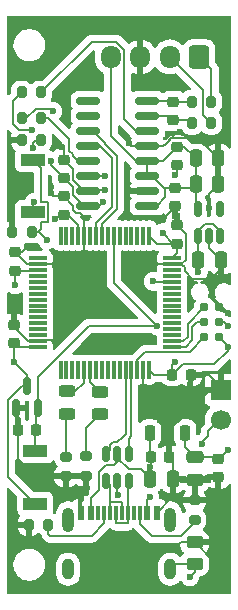
<source format=gbr>
%TF.GenerationSoftware,KiCad,Pcbnew,9.0.2*%
%TF.CreationDate,2025-06-14T09:22:04-04:00*%
%TF.ProjectId,plimsoll,706c696d-736f-46c6-9c2e-6b696361645f,rev?*%
%TF.SameCoordinates,Original*%
%TF.FileFunction,Copper,L1,Top*%
%TF.FilePolarity,Positive*%
%FSLAX46Y46*%
G04 Gerber Fmt 4.6, Leading zero omitted, Abs format (unit mm)*
G04 Created by KiCad (PCBNEW 9.0.2) date 2025-06-14 09:22:04*
%MOMM*%
%LPD*%
G01*
G04 APERTURE LIST*
G04 Aperture macros list*
%AMRoundRect*
0 Rectangle with rounded corners*
0 $1 Rounding radius*
0 $2 $3 $4 $5 $6 $7 $8 $9 X,Y pos of 4 corners*
0 Add a 4 corners polygon primitive as box body*
4,1,4,$2,$3,$4,$5,$6,$7,$8,$9,$2,$3,0*
0 Add four circle primitives for the rounded corners*
1,1,$1+$1,$2,$3*
1,1,$1+$1,$4,$5*
1,1,$1+$1,$6,$7*
1,1,$1+$1,$8,$9*
0 Add four rect primitives between the rounded corners*
20,1,$1+$1,$2,$3,$4,$5,0*
20,1,$1+$1,$4,$5,$6,$7,0*
20,1,$1+$1,$6,$7,$8,$9,0*
20,1,$1+$1,$8,$9,$2,$3,0*%
%AMFreePoly0*
4,1,9,3.862500,-0.866500,0.737500,-0.866500,0.737500,-0.450000,-0.737500,-0.450000,-0.737500,0.450000,0.737500,0.450000,0.737500,0.866500,3.862500,0.866500,3.862500,-0.866500,3.862500,-0.866500,$1*%
G04 Aperture macros list end*
%TA.AperFunction,SMDPad,CuDef*%
%ADD10RoundRect,0.200000X-0.200000X-0.275000X0.200000X-0.275000X0.200000X0.275000X-0.200000X0.275000X0*%
%TD*%
%TA.AperFunction,ComponentPad*%
%ADD11R,1.700000X1.700000*%
%TD*%
%TA.AperFunction,ComponentPad*%
%ADD12C,1.700000*%
%TD*%
%TA.AperFunction,ComponentPad*%
%ADD13RoundRect,0.250000X0.600000X0.725000X-0.600000X0.725000X-0.600000X-0.725000X0.600000X-0.725000X0*%
%TD*%
%TA.AperFunction,ComponentPad*%
%ADD14O,1.700000X1.950000*%
%TD*%
%TA.AperFunction,SMDPad,CuDef*%
%ADD15RoundRect,0.225000X-0.250000X0.225000X-0.250000X-0.225000X0.250000X-0.225000X0.250000X0.225000X0*%
%TD*%
%TA.AperFunction,SMDPad,CuDef*%
%ADD16RoundRect,0.243750X0.456250X-0.243750X0.456250X0.243750X-0.456250X0.243750X-0.456250X-0.243750X0*%
%TD*%
%TA.AperFunction,SMDPad,CuDef*%
%ADD17R,2.000000X1.050000*%
%TD*%
%TA.AperFunction,SMDPad,CuDef*%
%ADD18RoundRect,0.225000X0.225000X-0.425000X0.225000X0.425000X-0.225000X0.425000X-0.225000X-0.425000X0*%
%TD*%
%TA.AperFunction,SMDPad,CuDef*%
%ADD19FreePoly0,90.000000*%
%TD*%
%TA.AperFunction,SMDPad,CuDef*%
%ADD20RoundRect,0.250000X-0.250000X-0.475000X0.250000X-0.475000X0.250000X0.475000X-0.250000X0.475000X0*%
%TD*%
%TA.AperFunction,SMDPad,CuDef*%
%ADD21RoundRect,0.150000X0.150000X-0.587500X0.150000X0.587500X-0.150000X0.587500X-0.150000X-0.587500X0*%
%TD*%
%TA.AperFunction,SMDPad,CuDef*%
%ADD22RoundRect,0.250000X-0.475000X0.250000X-0.475000X-0.250000X0.475000X-0.250000X0.475000X0.250000X0*%
%TD*%
%TA.AperFunction,SMDPad,CuDef*%
%ADD23RoundRect,0.150000X0.150000X-0.512500X0.150000X0.512500X-0.150000X0.512500X-0.150000X-0.512500X0*%
%TD*%
%TA.AperFunction,SMDPad,CuDef*%
%ADD24RoundRect,0.200000X-0.275000X0.200000X-0.275000X-0.200000X0.275000X-0.200000X0.275000X0.200000X0*%
%TD*%
%TA.AperFunction,SMDPad,CuDef*%
%ADD25RoundRect,0.075000X-0.075000X0.700000X-0.075000X-0.700000X0.075000X-0.700000X0.075000X0.700000X0*%
%TD*%
%TA.AperFunction,SMDPad,CuDef*%
%ADD26RoundRect,0.075000X-0.700000X0.075000X-0.700000X-0.075000X0.700000X-0.075000X0.700000X0.075000X0*%
%TD*%
%TA.AperFunction,SMDPad,CuDef*%
%ADD27RoundRect,0.200000X0.200000X0.275000X-0.200000X0.275000X-0.200000X-0.275000X0.200000X-0.275000X0*%
%TD*%
%TA.AperFunction,SMDPad,CuDef*%
%ADD28RoundRect,0.150000X0.850000X0.150000X-0.850000X0.150000X-0.850000X-0.150000X0.850000X-0.150000X0*%
%TD*%
%TA.AperFunction,SMDPad,CuDef*%
%ADD29RoundRect,0.250000X-0.450000X0.262500X-0.450000X-0.262500X0.450000X-0.262500X0.450000X0.262500X0*%
%TD*%
%TA.AperFunction,SMDPad,CuDef*%
%ADD30RoundRect,0.225000X0.250000X-0.225000X0.250000X0.225000X-0.250000X0.225000X-0.250000X-0.225000X0*%
%TD*%
%TA.AperFunction,ConnectorPad*%
%ADD31C,0.787400*%
%TD*%
%TA.AperFunction,SMDPad,CuDef*%
%ADD32R,0.600000X1.240000*%
%TD*%
%TA.AperFunction,SMDPad,CuDef*%
%ADD33R,0.300000X1.240000*%
%TD*%
%TA.AperFunction,HeatsinkPad*%
%ADD34O,1.000000X2.100000*%
%TD*%
%TA.AperFunction,HeatsinkPad*%
%ADD35O,1.000000X1.800000*%
%TD*%
%TA.AperFunction,SMDPad,CuDef*%
%ADD36RoundRect,0.225000X0.225000X0.250000X-0.225000X0.250000X-0.225000X-0.250000X0.225000X-0.250000X0*%
%TD*%
%TA.AperFunction,SMDPad,CuDef*%
%ADD37RoundRect,0.200000X0.275000X-0.200000X0.275000X0.200000X-0.275000X0.200000X-0.275000X-0.200000X0*%
%TD*%
%TA.AperFunction,ViaPad*%
%ADD38C,0.600000*%
%TD*%
%TA.AperFunction,Conductor*%
%ADD39C,0.200000*%
%TD*%
G04 APERTURE END LIST*
D10*
%TO.P,R4,1*%
%TO.N,GND*%
X20950000Y-38800000D03*
%TO.P,R4,2*%
%TO.N,/BOOT0*%
X22600000Y-38800000D03*
%TD*%
D11*
%TO.P,J4,1,Pin_1*%
%TO.N,GND*%
X38600000Y-52200000D03*
D12*
%TO.P,J4,2,Pin_2*%
%TO.N,VBUS*%
X38600000Y-54740000D03*
%TD*%
D10*
%TO.P,R12,1*%
%TO.N,GND*%
X21750000Y-31000000D03*
%TO.P,R12,2*%
%TO.N,Net-(U6-XI)*%
X23400000Y-31000000D03*
%TD*%
D13*
%TO.P,J3,1,Pin_1*%
%TO.N,/Signal+*%
X36800000Y-24000000D03*
D14*
%TO.P,J3,2,Pin_2*%
%TO.N,/Signal-*%
X34300000Y-24000000D03*
%TO.P,J3,3,Pin_3*%
%TO.N,GND*%
X31800000Y-24000000D03*
%TO.P,J3,4,Pin_4*%
%TO.N,+3.3VADC*%
X29300000Y-24000000D03*
%TD*%
D15*
%TO.P,C8,1*%
%TO.N,+3.3VADC*%
X34900000Y-31600000D03*
%TO.P,C8,2*%
%TO.N,GND*%
X34900000Y-33150000D03*
%TD*%
D16*
%TO.P,D2,1,K*%
%TO.N,Net-(D2-K)*%
X25600000Y-54200000D03*
%TO.P,D2,2,A*%
%TO.N,Net-(D2-A)*%
X25600000Y-52325000D03*
%TD*%
D17*
%TO.P,SW2,1,1*%
%TO.N,+3V3*%
X22700000Y-37140000D03*
%TO.P,SW2,2,2*%
%TO.N,/BOOT0*%
X22700000Y-32700000D03*
%TD*%
D18*
%TO.P,U4,1,VIN*%
%TO.N,VBUS*%
X32600000Y-55850000D03*
D19*
%TO.P,U4,2,GND*%
%TO.N,GND*%
X34100000Y-55762500D03*
D18*
%TO.P,U4,3,VOUT*%
%TO.N,+3V3*%
X35600000Y-55850000D03*
%TD*%
D20*
%TO.P,C11,1*%
%TO.N,+3.3VADC*%
X36500000Y-34800000D03*
%TO.P,C11,2*%
%TO.N,GND*%
X38400000Y-34800000D03*
%TD*%
%TO.P,C2,1*%
%TO.N,VBUS*%
X32650000Y-59700000D03*
%TO.P,C2,2*%
%TO.N,GND*%
X34550000Y-59700000D03*
%TD*%
D21*
%TO.P,U2,1,GND*%
%TO.N,GND*%
X21250000Y-53737500D03*
%TO.P,U2,2,~{RESET}*%
%TO.N,/nRESET*%
X23150000Y-53737500D03*
%TO.P,U2,3,Vcc*%
%TO.N,+3V3*%
X22200000Y-51862500D03*
%TD*%
D22*
%TO.P,C4,1*%
%TO.N,+3V3*%
X36450000Y-57900000D03*
%TO.P,C4,2*%
%TO.N,GND*%
X36450000Y-59800000D03*
%TD*%
D10*
%TO.P,R11,1*%
%TO.N,Net-(JP2-C)*%
X21750000Y-29200000D03*
%TO.P,R11,2*%
%TO.N,Net-(U6-S1)*%
X23400000Y-29200000D03*
%TD*%
D17*
%TO.P,SW1,1,1*%
%TO.N,+3V3*%
X22900000Y-61840000D03*
%TO.P,SW1,2,2*%
%TO.N,/nRESET*%
X22900000Y-57400000D03*
%TD*%
D23*
%TO.P,U5,1,VIN*%
%TO.N,VBUS*%
X36650000Y-39137500D03*
%TO.P,U5,2,GND*%
%TO.N,GND*%
X37600000Y-39137500D03*
%TO.P,U5,3,EN*%
%TO.N,VBUS*%
X38550000Y-39137500D03*
%TO.P,U5,4,NC*%
%TO.N,unconnected-(U5-NC-Pad4)*%
X38550000Y-36862500D03*
%TO.P,U5,5,VOUT*%
%TO.N,+3.3VADC*%
X36650000Y-36862500D03*
%TD*%
D24*
%TO.P,R13,1*%
%TO.N,Net-(D1-K)*%
X27200000Y-57800000D03*
%TO.P,R13,2*%
%TO.N,GND*%
X27200000Y-59450000D03*
%TD*%
D25*
%TO.P,U3,1,VBAT*%
%TO.N,+3V3*%
X32550000Y-39125000D03*
%TO.P,U3,2,PC13*%
%TO.N,unconnected-(U3-PC13-Pad2)*%
X32050000Y-39125000D03*
%TO.P,U3,3,PC14*%
%TO.N,unconnected-(U3-PC14-Pad3)*%
X31550000Y-39125000D03*
%TO.P,U3,4,PC15*%
%TO.N,unconnected-(U3-PC15-Pad4)*%
X31050000Y-39125000D03*
%TO.P,U3,5,PF0*%
%TO.N,unconnected-(U3-PF0-Pad5)*%
X30550000Y-39125000D03*
%TO.P,U3,6,PF1*%
%TO.N,unconnected-(U3-PF1-Pad6)*%
X30050000Y-39125000D03*
%TO.P,U3,7,NRST*%
%TO.N,/nRESET*%
X29550000Y-39125000D03*
%TO.P,U3,8,PC0*%
%TO.N,unconnected-(U3-PC0-Pad8)*%
X29050000Y-39125000D03*
%TO.P,U3,9,PC1*%
%TO.N,/PD_SCK*%
X28550000Y-39125000D03*
%TO.P,U3,10,PC2*%
%TO.N,/DOUT*%
X28050000Y-39125000D03*
%TO.P,U3,11,PC3*%
%TO.N,unconnected-(U3-PC3-Pad11)*%
X27550000Y-39125000D03*
%TO.P,U3,12,VSSA*%
%TO.N,GND*%
X27050000Y-39125000D03*
%TO.P,U3,13,VDDA*%
%TO.N,+3V3*%
X26550000Y-39125000D03*
%TO.P,U3,14,PA0*%
%TO.N,unconnected-(U3-PA0-Pad14)*%
X26050000Y-39125000D03*
%TO.P,U3,15,PA1*%
%TO.N,unconnected-(U3-PA1-Pad15)*%
X25550000Y-39125000D03*
%TO.P,U3,16,PA2*%
%TO.N,unconnected-(U3-PA2-Pad16)*%
X25050000Y-39125000D03*
D26*
%TO.P,U3,17,PA3*%
%TO.N,unconnected-(U3-PA3-Pad17)*%
X23125000Y-41050000D03*
%TO.P,U3,18,VSS*%
%TO.N,GND*%
X23125000Y-41550000D03*
%TO.P,U3,19,VDD*%
%TO.N,+3V3*%
X23125000Y-42050000D03*
%TO.P,U3,20,PA4*%
%TO.N,unconnected-(U3-PA4-Pad20)*%
X23125000Y-42550000D03*
%TO.P,U3,21,PA5*%
%TO.N,unconnected-(U3-PA5-Pad21)*%
X23125000Y-43050000D03*
%TO.P,U3,22,PA6*%
%TO.N,unconnected-(U3-PA6-Pad22)*%
X23125000Y-43550000D03*
%TO.P,U3,23,PA7*%
%TO.N,unconnected-(U3-PA7-Pad23)*%
X23125000Y-44050000D03*
%TO.P,U3,24,PC4*%
%TO.N,unconnected-(U3-PC4-Pad24)*%
X23125000Y-44550000D03*
%TO.P,U3,25,PC5*%
%TO.N,unconnected-(U3-PC5-Pad25)*%
X23125000Y-45050000D03*
%TO.P,U3,26,PB0*%
%TO.N,unconnected-(U3-PB0-Pad26)*%
X23125000Y-45550000D03*
%TO.P,U3,27,PB1*%
%TO.N,unconnected-(U3-PB1-Pad27)*%
X23125000Y-46050000D03*
%TO.P,U3,28,PB2*%
%TO.N,unconnected-(U3-PB2-Pad28)*%
X23125000Y-46550000D03*
%TO.P,U3,29,PB10*%
%TO.N,unconnected-(U3-PB10-Pad29)*%
X23125000Y-47050000D03*
%TO.P,U3,30,PB11*%
%TO.N,unconnected-(U3-PB11-Pad30)*%
X23125000Y-47550000D03*
%TO.P,U3,31,VSS*%
%TO.N,GND*%
X23125000Y-48050000D03*
%TO.P,U3,32,VDD*%
%TO.N,+3V3*%
X23125000Y-48550000D03*
D25*
%TO.P,U3,33,PB12*%
%TO.N,unconnected-(U3-PB12-Pad33)*%
X25050000Y-50475000D03*
%TO.P,U3,34,PB13*%
%TO.N,unconnected-(U3-PB13-Pad34)*%
X25550000Y-50475000D03*
%TO.P,U3,35,PB14*%
%TO.N,unconnected-(U3-PB14-Pad35)*%
X26050000Y-50475000D03*
%TO.P,U3,36,PB15*%
%TO.N,unconnected-(U3-PB15-Pad36)*%
X26550000Y-50475000D03*
%TO.P,U3,37,PC6*%
%TO.N,Net-(D2-A)*%
X27050000Y-50475000D03*
%TO.P,U3,38,PC7*%
%TO.N,Net-(D1-A)*%
X27550000Y-50475000D03*
%TO.P,U3,39,PC8*%
%TO.N,unconnected-(U3-PC8-Pad39)*%
X28050000Y-50475000D03*
%TO.P,U3,40,PC9*%
%TO.N,unconnected-(U3-PC9-Pad40)*%
X28550000Y-50475000D03*
%TO.P,U3,41,PA8*%
%TO.N,unconnected-(U3-PA8-Pad41)*%
X29050000Y-50475000D03*
%TO.P,U3,42,PA9*%
%TO.N,unconnected-(U3-PA9-Pad42)*%
X29550000Y-50475000D03*
%TO.P,U3,43,PA10*%
%TO.N,unconnected-(U3-PA10-Pad43)*%
X30050000Y-50475000D03*
%TO.P,U3,44,PA11*%
%TO.N,/USB_DN*%
X30550000Y-50475000D03*
%TO.P,U3,45,PA12*%
%TO.N,/USB_DP*%
X31050000Y-50475000D03*
%TO.P,U3,46,PA13*%
%TO.N,/SWDIO*%
X31550000Y-50475000D03*
%TO.P,U3,47,VSS*%
%TO.N,GND*%
X32050000Y-50475000D03*
%TO.P,U3,48,VDDIO2*%
%TO.N,+3V3*%
X32550000Y-50475000D03*
D26*
%TO.P,U3,49,PA14*%
%TO.N,/SWCLK*%
X34475000Y-48550000D03*
%TO.P,U3,50,PA15*%
%TO.N,/PA15*%
X34475000Y-48050000D03*
%TO.P,U3,51,PC10*%
%TO.N,unconnected-(U3-PC10-Pad51)*%
X34475000Y-47550000D03*
%TO.P,U3,52,PC11*%
%TO.N,unconnected-(U3-PC11-Pad52)*%
X34475000Y-47050000D03*
%TO.P,U3,53,PC12*%
%TO.N,unconnected-(U3-PC12-Pad53)*%
X34475000Y-46550000D03*
%TO.P,U3,54,PD2*%
%TO.N,unconnected-(U3-PD2-Pad54)*%
X34475000Y-46050000D03*
%TO.P,U3,55,PB3*%
%TO.N,unconnected-(U3-PB3-Pad55)*%
X34475000Y-45550000D03*
%TO.P,U3,56,PB4*%
%TO.N,unconnected-(U3-PB4-Pad56)*%
X34475000Y-45050000D03*
%TO.P,U3,57,PB5*%
%TO.N,unconnected-(U3-PB5-Pad57)*%
X34475000Y-44550000D03*
%TO.P,U3,58,PB6*%
%TO.N,unconnected-(U3-PB6-Pad58)*%
X34475000Y-44050000D03*
%TO.P,U3,59,PB7*%
%TO.N,unconnected-(U3-PB7-Pad59)*%
X34475000Y-43550000D03*
%TO.P,U3,60,BOOT0*%
%TO.N,/BOOT0*%
X34475000Y-43050000D03*
%TO.P,U3,61,PB8*%
%TO.N,unconnected-(U3-PB8-Pad61)*%
X34475000Y-42550000D03*
%TO.P,U3,62,PB9*%
%TO.N,unconnected-(U3-PB9-Pad62)*%
X34475000Y-42050000D03*
%TO.P,U3,63,VSS*%
%TO.N,GND*%
X34475000Y-41550000D03*
%TO.P,U3,64,VDD*%
%TO.N,+3V3*%
X34475000Y-41050000D03*
%TD*%
D27*
%TO.P,R5,1*%
%TO.N,Net-(J2-CC1)*%
X24025000Y-63600000D03*
%TO.P,R5,2*%
%TO.N,GND*%
X22375000Y-63600000D03*
%TD*%
D28*
%TO.P,U6,1,AVDD*%
%TO.N,+3.3VADC*%
X32400000Y-36600000D03*
%TO.P,U6,2,AGND*%
%TO.N,GND*%
X32400000Y-35330000D03*
%TO.P,U6,3,VRO/VREF*%
%TO.N,+3.3VADC*%
X32400000Y-34060000D03*
%TO.P,U6,4,VFB*%
X32400000Y-32790000D03*
%TO.P,U6,5,AGND*%
%TO.N,GND*%
X32400000Y-31520000D03*
%TO.P,U6,6,S0*%
%TO.N,Net-(U6-S0)*%
X32400000Y-30250000D03*
%TO.P,U6,7,INA-*%
%TO.N,Net-(U6-INA-)*%
X32400000Y-28980000D03*
%TO.P,U6,8,INA+*%
%TO.N,Net-(U6-INA+)*%
X32400000Y-27710000D03*
%TO.P,U6,9,INB-*%
%TO.N,unconnected-(U6-INB--Pad9)*%
X27400000Y-27710000D03*
%TO.P,U6,10,INB+*%
%TO.N,unconnected-(U6-INB+-Pad10)*%
X27400000Y-28980000D03*
%TO.P,U6,11,PD_SCK*%
%TO.N,/PD_SCK*%
X27400000Y-30250000D03*
%TO.P,U6,12,DOUT*%
%TO.N,/DOUT*%
X27400000Y-31520000D03*
%TO.P,U6,13,S1*%
%TO.N,Net-(U6-S1)*%
X27400000Y-32790000D03*
%TO.P,U6,14,XI*%
%TO.N,Net-(U6-XI)*%
X27400000Y-34060000D03*
%TO.P,U6,15,DGND*%
%TO.N,GND*%
X27400000Y-35330000D03*
%TO.P,U6,16,DVDD*%
%TO.N,+3V3*%
X27400000Y-36600000D03*
%TD*%
D15*
%TO.P,C17,1*%
%TO.N,GND*%
X21100000Y-46700000D03*
%TO.P,C17,2*%
%TO.N,+3V3*%
X21100000Y-48250000D03*
%TD*%
D29*
%TO.P,R1,1*%
%TO.N,GND*%
X36400000Y-65087500D03*
%TO.P,R1,2*%
%TO.N,Net-(J2-SHIELD)*%
X36400000Y-66912500D03*
%TD*%
D30*
%TO.P,C7,1*%
%TO.N,Net-(U6-INA-)*%
X34600000Y-29350000D03*
%TO.P,C7,2*%
%TO.N,Net-(U6-INA+)*%
X34600000Y-27800000D03*
%TD*%
D23*
%TO.P,U1,1,I/O1*%
%TO.N,Net-(J2-D--PadA7)*%
X28900000Y-59875000D03*
%TO.P,U1,2,GND*%
%TO.N,GND*%
X29850000Y-59875000D03*
%TO.P,U1,3,I/O2*%
%TO.N,Net-(J2-D+-PadA6)*%
X30800000Y-59875000D03*
%TO.P,U1,4,I/O2*%
%TO.N,/USB_DP*%
X30800000Y-57600000D03*
%TO.P,U1,5,VBUS*%
%TO.N,VBUS*%
X29850000Y-57600000D03*
%TO.P,U1,6,I/O1*%
%TO.N,/USB_DN*%
X28900000Y-57600000D03*
%TD*%
D15*
%TO.P,C13,1*%
%TO.N,GND*%
X21200000Y-40550000D03*
%TO.P,C13,2*%
%TO.N,+3V3*%
X21200000Y-42100000D03*
%TD*%
D10*
%TO.P,R10,1*%
%TO.N,Net-(JP1-C)*%
X21750000Y-27000000D03*
%TO.P,R10,2*%
%TO.N,Net-(U6-S0)*%
X23400000Y-27000000D03*
%TD*%
D30*
%TO.P,C9,1*%
%TO.N,+3V3*%
X25300000Y-34250000D03*
%TO.P,C9,2*%
%TO.N,GND*%
X25300000Y-32700000D03*
%TD*%
D31*
%TO.P,J1,1,Pin_1*%
%TO.N,+3V3*%
X38500000Y-47740000D03*
%TO.P,J1,2,Pin_2*%
%TO.N,/SWDIO*%
X37230000Y-47740000D03*
%TO.P,J1,3,Pin_3*%
%TO.N,/nRESET*%
X38500000Y-46470000D03*
%TO.P,J1,4,Pin_4*%
%TO.N,/SWCLK*%
X37230000Y-46470000D03*
%TO.P,J1,5,Pin_5*%
%TO.N,GND*%
X38500000Y-45200000D03*
%TO.P,J1,6,Pin_6*%
%TO.N,/PA15*%
X37230000Y-45200000D03*
%TD*%
D10*
%TO.P,R8,1*%
%TO.N,Net-(U6-INA-)*%
X36175000Y-29600000D03*
%TO.P,R8,2*%
%TO.N,/Signal-*%
X37825000Y-29600000D03*
%TD*%
D16*
%TO.P,D1,1,K*%
%TO.N,Net-(D1-K)*%
X28400000Y-54237500D03*
%TO.P,D1,2,A*%
%TO.N,Net-(D1-A)*%
X28400000Y-52362500D03*
%TD*%
D30*
%TO.P,C5,1*%
%TO.N,GND*%
X38400000Y-59600000D03*
%TO.P,C5,2*%
%TO.N,+3V3*%
X38400000Y-58050000D03*
%TD*%
D15*
%TO.P,C14,1*%
%TO.N,GND*%
X25300000Y-35800000D03*
%TO.P,C14,2*%
%TO.N,+3V3*%
X25300000Y-37350000D03*
%TD*%
D24*
%TO.P,R14,1*%
%TO.N,Net-(D2-K)*%
X25500000Y-57850000D03*
%TO.P,R14,2*%
%TO.N,GND*%
X25500000Y-59500000D03*
%TD*%
D10*
%TO.P,R7,1*%
%TO.N,Net-(U6-INA+)*%
X36175000Y-27800000D03*
%TO.P,R7,2*%
%TO.N,/Signal+*%
X37825000Y-27800000D03*
%TD*%
D32*
%TO.P,J2,A1,GND*%
%TO.N,GND*%
X26800000Y-62580000D03*
%TO.P,J2,A4,VBUS*%
%TO.N,VBUS*%
X27600000Y-62580000D03*
D33*
%TO.P,J2,A5,CC1*%
%TO.N,Net-(J2-CC1)*%
X28750000Y-62580000D03*
%TO.P,J2,A6,D+*%
%TO.N,Net-(J2-D+-PadA6)*%
X29750000Y-62580000D03*
%TO.P,J2,A7,D-*%
%TO.N,Net-(J2-D--PadA7)*%
X30250000Y-62580000D03*
%TO.P,J2,A8,SBU1*%
%TO.N,unconnected-(J2-SBU1-PadA8)*%
X31250000Y-62580000D03*
D32*
%TO.P,J2,A9,VBUS*%
%TO.N,VBUS*%
X32400000Y-62580000D03*
%TO.P,J2,A12,GND*%
%TO.N,GND*%
X33200000Y-62580000D03*
%TO.P,J2,B1,GND*%
X33200000Y-62580000D03*
%TO.P,J2,B4,VBUS*%
%TO.N,VBUS*%
X32400000Y-62580000D03*
D33*
%TO.P,J2,B5,CC2*%
%TO.N,Net-(J2-CC2)*%
X31750000Y-62580000D03*
%TO.P,J2,B6,D+*%
%TO.N,Net-(J2-D+-PadA6)*%
X30750000Y-62580000D03*
%TO.P,J2,B7,D-*%
%TO.N,Net-(J2-D--PadA7)*%
X29250000Y-62580000D03*
%TO.P,J2,B8,SBU2*%
%TO.N,unconnected-(J2-SBU2-PadB8)*%
X28250000Y-62580000D03*
D32*
%TO.P,J2,B9,VBUS*%
%TO.N,VBUS*%
X27600000Y-62580000D03*
%TO.P,J2,B12,GND*%
%TO.N,GND*%
X26800000Y-62580000D03*
D34*
%TO.P,J2,S1,SHIELD*%
%TO.N,Net-(J2-SHIELD)*%
X25680000Y-63180000D03*
D35*
X25680000Y-67380000D03*
D34*
X34320000Y-63180000D03*
D35*
X34320000Y-67380000D03*
%TD*%
D15*
%TO.P,C15,1*%
%TO.N,GND*%
X34900000Y-38250000D03*
%TO.P,C15,2*%
%TO.N,+3V3*%
X34900000Y-39800000D03*
%TD*%
D36*
%TO.P,C3,1*%
%TO.N,GND*%
X34250000Y-57900000D03*
%TO.P,C3,2*%
%TO.N,VBUS*%
X32700000Y-57900000D03*
%TD*%
D30*
%TO.P,C12,1*%
%TO.N,GND*%
X34700000Y-36650000D03*
%TO.P,C12,2*%
%TO.N,+3.3VADC*%
X34700000Y-35100000D03*
%TD*%
D36*
%TO.P,C16,1*%
%TO.N,GND*%
X36050000Y-50900000D03*
%TO.P,C16,2*%
%TO.N,+3V3*%
X34500000Y-50900000D03*
%TD*%
D37*
%TO.P,R6,1*%
%TO.N,Net-(J2-CC2)*%
X36400000Y-63200000D03*
%TO.P,R6,2*%
%TO.N,GND*%
X36400000Y-61550000D03*
%TD*%
D20*
%TO.P,C6,1*%
%TO.N,VBUS*%
X36700000Y-41200000D03*
%TO.P,C6,2*%
%TO.N,GND*%
X38600000Y-41200000D03*
%TD*%
D36*
%TO.P,C1,1*%
%TO.N,/nRESET*%
X23000000Y-55600000D03*
%TO.P,C1,2*%
%TO.N,GND*%
X21450000Y-55600000D03*
%TD*%
D20*
%TO.P,C10,1*%
%TO.N,+3.3VADC*%
X36500000Y-32600000D03*
%TO.P,C10,2*%
%TO.N,GND*%
X38400000Y-32600000D03*
%TD*%
D38*
%TO.N,GND*%
X34700000Y-34000000D03*
X24200000Y-35556000D03*
X20800000Y-37700000D03*
X24600000Y-41600000D03*
X27800000Y-48400000D03*
X30800000Y-31300000D03*
X30800000Y-35300000D03*
X22200000Y-40100000D03*
X38400000Y-31100000D03*
X35200000Y-30400000D03*
X38100000Y-66800000D03*
X20800000Y-31100000D03*
X32600000Y-53900000D03*
X29900000Y-61059000D03*
X36000000Y-51800000D03*
X26600000Y-40800000D03*
X21400000Y-63600000D03*
X37600000Y-36800000D03*
X25174110Y-31600002D03*
X29000000Y-47600000D03*
X35800000Y-52600000D03*
X21100000Y-45300000D03*
X27200000Y-60900000D03*
X33700000Y-37700000D03*
X39200000Y-45700000D03*
X28800000Y-35300000D03*
X32600000Y-52600000D03*
X35800000Y-54300000D03*
X25200000Y-27000000D03*
X32000000Y-44000000D03*
X34500000Y-61200000D03*
X24800000Y-48000000D03*
X37900000Y-62600000D03*
%TO.N,VBUS*%
X32600000Y-61300000D03*
X36700000Y-42200000D03*
X37000000Y-56800000D03*
X32600000Y-58700000D03*
%TO.N,+3V3*%
X22800000Y-36300000D03*
X39200000Y-48600000D03*
X24601000Y-37735526D03*
X33700000Y-38900000D03*
X34700000Y-49800000D03*
X28600000Y-36300000D03*
X21200000Y-43300000D03*
X24236486Y-32800000D03*
X39200000Y-57300000D03*
X21100000Y-49800000D03*
%TO.N,/nRESET*%
X33219558Y-46776638D03*
X39200000Y-46800000D03*
%TO.N,/BOOT0*%
X23900000Y-39500000D03*
X32900000Y-43000000D03*
%TO.N,Net-(J2-SHIELD)*%
X36000000Y-68000000D03*
%TO.N,Net-(JP1-C)*%
X22600000Y-30200000D03*
%TO.N,Net-(JP2-C)*%
X24400000Y-28600000D03*
%TO.N,Net-(U6-XI)*%
X22700000Y-31674998D03*
X28800000Y-34100000D03*
%TD*%
D39*
%TO.N,GND*%
X34550000Y-61150000D02*
X34500000Y-61200000D01*
X24800000Y-48000000D02*
X23175000Y-48000000D01*
X36200000Y-42800000D02*
X35551000Y-42151000D01*
X38400000Y-62100000D02*
X38400000Y-59600000D01*
X25300000Y-35800000D02*
X26099000Y-36599000D01*
X34550000Y-59700000D02*
X34550000Y-58200000D01*
X38600000Y-42000000D02*
X37800000Y-42800000D01*
X34999000Y-41599000D02*
X34950000Y-41550000D01*
X37300000Y-52600000D02*
X35800000Y-52600000D01*
X32600000Y-52600000D02*
X35800000Y-52600000D01*
X25300000Y-32700000D02*
X26099000Y-33499000D01*
X27150000Y-59500000D02*
X27200000Y-59450000D01*
X24444000Y-35800000D02*
X24200000Y-35556000D01*
X27050000Y-37550000D02*
X27050000Y-39125000D01*
X32000000Y-42000000D02*
X32000000Y-44000000D01*
X23125000Y-41550000D02*
X24550000Y-41550000D01*
X22375000Y-64975000D02*
X22600000Y-65200000D01*
X21200000Y-40550000D02*
X22200000Y-41550000D01*
X34550000Y-59700000D02*
X34550000Y-61150000D01*
X36650000Y-59600000D02*
X36450000Y-59800000D01*
X36050000Y-51750000D02*
X36000000Y-51800000D01*
X21450000Y-58077000D02*
X22873000Y-59500000D01*
X32400000Y-31520000D02*
X31020000Y-31520000D01*
X21750000Y-40550000D02*
X22200000Y-40100000D01*
X22375000Y-63600000D02*
X22375000Y-64975000D01*
X25500000Y-59500000D02*
X27150000Y-59500000D01*
X34700000Y-36700000D02*
X33700000Y-37700000D01*
X35676000Y-39026000D02*
X34900000Y-38250000D01*
X33754890Y-31520000D02*
X33937445Y-31337445D01*
X26701000Y-37201000D02*
X27050000Y-37550000D01*
X34100000Y-55762500D02*
X34100000Y-55576000D01*
X37600000Y-35600000D02*
X38400000Y-34800000D01*
X27050000Y-40350000D02*
X27050000Y-39125000D01*
X35551000Y-42151000D02*
X35551000Y-41817176D01*
X32400000Y-35330000D02*
X30830000Y-35330000D01*
X33937445Y-31337445D02*
X34425890Y-30849000D01*
X26359032Y-37201000D02*
X26701000Y-37201000D01*
X26099000Y-36599000D02*
X26099000Y-36940968D01*
X35562500Y-54300000D02*
X34100000Y-55762500D01*
X21100000Y-46700000D02*
X21100000Y-45300000D01*
X34500000Y-61280000D02*
X34500000Y-61200000D01*
X38400000Y-59600000D02*
X36650000Y-59600000D01*
X26800000Y-61300000D02*
X27200000Y-60900000D01*
X35229600Y-65087500D02*
X36400000Y-65087500D01*
X36400000Y-65087500D02*
X38075000Y-66762500D01*
X26600000Y-40800000D02*
X27050000Y-40350000D01*
X36050000Y-53626000D02*
X36050000Y-50900000D01*
X34950000Y-41550000D02*
X34475000Y-41550000D01*
X38600000Y-41200000D02*
X38600000Y-42000000D01*
X34550000Y-58200000D02*
X34250000Y-57900000D01*
X34100000Y-55762500D02*
X34100000Y-55400000D01*
X26099000Y-33499000D02*
X26099000Y-34400968D01*
X34100000Y-55576000D02*
X36050000Y-53626000D01*
X34700000Y-36650000D02*
X34700000Y-36700000D01*
X27028032Y-35330000D02*
X27400000Y-35330000D01*
X20950000Y-38800000D02*
X20950000Y-37850000D01*
X26800000Y-62580000D02*
X26800000Y-61300000D01*
X34874890Y-30400000D02*
X33937445Y-31337445D01*
X32450000Y-41550000D02*
X32000000Y-42000000D01*
X27430000Y-35300000D02*
X27400000Y-35330000D01*
X34900000Y-33150000D02*
X34900000Y-33800000D01*
X36050000Y-50900000D02*
X37600000Y-50900000D01*
X38400000Y-32600000D02*
X38400000Y-31100000D01*
X21450000Y-55600000D02*
X21450000Y-58077000D01*
X35676000Y-41157824D02*
X35676000Y-39026000D01*
X21100000Y-46833824D02*
X22316176Y-48050000D01*
X21400000Y-63600000D02*
X22375000Y-63600000D01*
X34425890Y-30849000D02*
X36649000Y-30849000D01*
X33200000Y-62580000D02*
X34500000Y-61280000D01*
X34100000Y-53900000D02*
X34100000Y-55762500D01*
X38500000Y-45200000D02*
X38700000Y-45200000D01*
X35551000Y-41817176D02*
X35332824Y-41599000D01*
X34475000Y-41550000D02*
X35283824Y-41550000D01*
X34475000Y-41550000D02*
X32450000Y-41550000D01*
X34900000Y-33800000D02*
X34700000Y-34000000D01*
X21750000Y-31000000D02*
X20900000Y-31000000D01*
X38400000Y-32600000D02*
X38400000Y-34800000D01*
X28800000Y-35300000D02*
X27430000Y-35300000D01*
X37600000Y-39137500D02*
X37600000Y-40200000D01*
X34900000Y-36850000D02*
X34700000Y-36650000D01*
X32400000Y-31520000D02*
X33754890Y-31520000D01*
X32050000Y-51850000D02*
X34100000Y-53900000D01*
X22316176Y-48050000D02*
X23125000Y-48050000D01*
X29900000Y-61059000D02*
X29850000Y-61009000D01*
X21250000Y-53737500D02*
X21250000Y-55400000D01*
X24550000Y-41550000D02*
X24600000Y-41600000D01*
X23175000Y-48000000D02*
X23125000Y-48050000D01*
X38700000Y-45200000D02*
X39200000Y-45700000D01*
X30830000Y-35330000D02*
X30800000Y-35300000D01*
X37600000Y-50900000D02*
X38300000Y-51600000D01*
X35200000Y-30400000D02*
X34874890Y-30400000D01*
X29000000Y-47600000D02*
X28600000Y-47600000D01*
X34100000Y-55400000D02*
X32600000Y-53900000D01*
X36050000Y-50900000D02*
X36050000Y-51750000D01*
X36649000Y-30849000D02*
X38400000Y-32600000D01*
X21100000Y-46700000D02*
X21100000Y-46833824D01*
X38300000Y-51600000D02*
X37300000Y-52600000D01*
X35332824Y-41599000D02*
X34999000Y-41599000D01*
X36450000Y-59800000D02*
X36450000Y-61500000D01*
X25300000Y-31725892D02*
X25300000Y-32700000D01*
X38075000Y-66762500D02*
X38075000Y-66775000D01*
X27200000Y-59450000D02*
X27200000Y-60900000D01*
X34717100Y-65600000D02*
X35229600Y-65087500D01*
X31020000Y-31520000D02*
X30800000Y-31300000D01*
X25174110Y-31600002D02*
X25300000Y-31725892D01*
X37600000Y-40200000D02*
X38600000Y-41200000D01*
X37800000Y-42800000D02*
X36200000Y-42800000D01*
X21200000Y-40550000D02*
X21750000Y-40550000D01*
X38075000Y-66775000D02*
X38100000Y-66800000D01*
X35283824Y-41550000D02*
X35676000Y-41157824D01*
X29850000Y-61009000D02*
X29850000Y-59875000D01*
X32400000Y-35330000D02*
X33244890Y-35330000D01*
X25200000Y-27000000D02*
X25200000Y-27151968D01*
X36450000Y-61500000D02*
X36400000Y-61550000D01*
X34900000Y-38250000D02*
X34900000Y-36850000D01*
X24000000Y-65600000D02*
X34717100Y-65600000D01*
X26099000Y-34400968D02*
X27028032Y-35330000D01*
X32050000Y-50475000D02*
X32050000Y-51850000D01*
X35800000Y-54300000D02*
X35562500Y-54300000D01*
X21250000Y-55400000D02*
X21450000Y-55600000D01*
X22600000Y-65200000D02*
X23600000Y-65200000D01*
X28600000Y-47600000D02*
X27800000Y-48400000D01*
X37600000Y-36800000D02*
X37600000Y-35600000D01*
X25300000Y-35800000D02*
X24444000Y-35800000D01*
X37900000Y-62600000D02*
X38400000Y-62100000D01*
X22200000Y-41550000D02*
X23125000Y-41550000D01*
X20900000Y-31000000D02*
X20800000Y-31100000D01*
X23600000Y-65200000D02*
X24000000Y-65600000D01*
X22873000Y-59500000D02*
X25500000Y-59500000D01*
X26099000Y-36940968D02*
X26359032Y-37201000D01*
X20950000Y-37850000D02*
X20800000Y-37700000D01*
%TO.N,VBUS*%
X38460000Y-54740000D02*
X37500000Y-55700000D01*
X32600000Y-59650000D02*
X32650000Y-59700000D01*
X36650000Y-39137500D02*
X36650000Y-38783032D01*
X36650000Y-39137500D02*
X36650000Y-41150000D01*
X28299000Y-60650943D02*
X28299000Y-59171532D01*
X37000000Y-56600000D02*
X37000000Y-56800000D01*
X29548999Y-58563500D02*
X29850000Y-58262499D01*
X32700000Y-57600000D02*
X32600000Y-57500000D01*
X32700000Y-57900000D02*
X32700000Y-57600000D01*
X38600000Y-54740000D02*
X38460000Y-54740000D01*
X29850000Y-57600000D02*
X29850000Y-57954468D01*
X38550000Y-38783032D02*
X38550000Y-39137500D01*
X28907032Y-58563500D02*
X29548999Y-58563500D01*
X32700000Y-58600000D02*
X32600000Y-58700000D01*
X36650000Y-41150000D02*
X36700000Y-41200000D01*
X27600000Y-61349943D02*
X28299000Y-60650943D01*
X32600000Y-58700000D02*
X32600000Y-59650000D01*
X36700000Y-41200000D02*
X36700000Y-42200000D01*
X27600000Y-62580000D02*
X27600000Y-61349943D01*
X36650000Y-38783032D02*
X37259032Y-38174000D01*
X37259032Y-38174000D02*
X37940968Y-38174000D01*
X29850000Y-58262499D02*
X29850000Y-57600000D01*
X32400000Y-62580000D02*
X32400000Y-61500000D01*
X37500000Y-55700000D02*
X37500000Y-56100000D01*
X37500000Y-56100000D02*
X37000000Y-56600000D01*
X30807032Y-58911500D02*
X31861500Y-58911500D01*
X29850000Y-57954468D02*
X30807032Y-58911500D01*
X32400000Y-61500000D02*
X32600000Y-61300000D01*
X32600000Y-57500000D02*
X32600000Y-55850000D01*
X32700000Y-57900000D02*
X32700000Y-58600000D01*
X28299000Y-59171532D02*
X28907032Y-58563500D01*
X38360000Y-54500000D02*
X38600000Y-54740000D01*
X37940968Y-38174000D02*
X38550000Y-38783032D01*
X31861500Y-58911500D02*
X32650000Y-59700000D01*
%TO.N,+3.3VADC*%
X35500000Y-31600000D02*
X34900000Y-31600000D01*
X36500000Y-34800000D02*
X36500000Y-36712500D01*
X32771968Y-34060000D02*
X33655984Y-34944016D01*
X36500000Y-32600000D02*
X36500000Y-34800000D01*
X36200000Y-35100000D02*
X36500000Y-34800000D01*
X32400000Y-34060000D02*
X32771968Y-34060000D01*
X29300000Y-24000000D02*
X29300000Y-30689999D01*
X33710000Y-32790000D02*
X34900000Y-31600000D01*
X31400001Y-32790000D02*
X32400000Y-32790000D01*
X36500000Y-32600000D02*
X35500000Y-31600000D01*
X34700000Y-35100000D02*
X33811968Y-35100000D01*
X32400000Y-34060000D02*
X32400000Y-32790000D01*
X33200000Y-36600000D02*
X32400000Y-36600000D01*
X33655984Y-34944016D02*
X33900000Y-35188032D01*
X29300000Y-30689999D02*
X31400001Y-32790000D01*
X34700000Y-35100000D02*
X36200000Y-35100000D01*
X33900000Y-35900000D02*
X33200000Y-36600000D01*
X32400000Y-32790000D02*
X33710000Y-32790000D01*
X33900000Y-35188032D02*
X33900000Y-35900000D01*
X33811968Y-35100000D02*
X33655984Y-34944016D01*
X36500000Y-36712500D02*
X36650000Y-36862500D01*
%TO.N,/USB_DP*%
X31050000Y-51637501D02*
X31025000Y-51662501D01*
X31025000Y-56111397D02*
X30800000Y-56336397D01*
X31050000Y-50475000D02*
X31050000Y-51637501D01*
X30800000Y-56336397D02*
X30800000Y-57600000D01*
X31025000Y-51662501D02*
X31025000Y-56111397D01*
%TO.N,+3V3*%
X23075000Y-42100000D02*
X23125000Y-42050000D01*
X36450000Y-57900000D02*
X38250000Y-57900000D01*
X24236486Y-32800000D02*
X24236486Y-33186486D01*
X38071849Y-50000000D02*
X39200000Y-48871849D01*
X22700000Y-36400000D02*
X22800000Y-36300000D01*
X21745532Y-51862500D02*
X20600000Y-53008032D01*
X22200000Y-50900000D02*
X21100000Y-49800000D01*
X26550000Y-39125000D02*
X26550000Y-38250000D01*
X34600000Y-39800000D02*
X33700000Y-38900000D01*
X39200000Y-48440000D02*
X38500000Y-47740000D01*
X32975000Y-50900000D02*
X34500000Y-50900000D01*
X26100000Y-35050000D02*
X25300000Y-34250000D01*
X21200000Y-42100000D02*
X21200000Y-43300000D01*
X34900000Y-39800000D02*
X34600000Y-39800000D01*
X22200000Y-51862500D02*
X21745532Y-51862500D01*
X34500000Y-50900000D02*
X35400000Y-50000000D01*
X34900000Y-39800000D02*
X33225000Y-39800000D01*
X21100000Y-48250000D02*
X21100000Y-49800000D01*
X27400000Y-36600000D02*
X27028032Y-36600000D01*
X25300000Y-37350000D02*
X24986526Y-37350000D01*
X36300000Y-57900000D02*
X36200000Y-58000000D01*
X39200000Y-48600000D02*
X39200000Y-48440000D01*
X26550000Y-38250000D02*
X25650000Y-37350000D01*
X38250000Y-57900000D02*
X38400000Y-58050000D01*
X32550000Y-50475000D02*
X32975000Y-50900000D01*
X22700000Y-37140000D02*
X22700000Y-36400000D01*
X38450000Y-58050000D02*
X39200000Y-57300000D01*
X27028032Y-36600000D02*
X26100000Y-35671968D01*
X34900000Y-39800000D02*
X34900000Y-40625000D01*
X27400000Y-36600000D02*
X28300000Y-36600000D01*
X33225000Y-39800000D02*
X32550000Y-39125000D01*
X21100000Y-48250000D02*
X21400000Y-48550000D01*
X35600000Y-55850000D02*
X35600000Y-57050000D01*
X24986526Y-37350000D02*
X24601000Y-37735526D01*
X35600000Y-57050000D02*
X36450000Y-57900000D01*
X22200000Y-51862500D02*
X22200000Y-50900000D01*
X36300000Y-57900000D02*
X36450000Y-57900000D01*
X24236486Y-33186486D02*
X25300000Y-34250000D01*
X34900000Y-40625000D02*
X34475000Y-41050000D01*
X25650000Y-37350000D02*
X25300000Y-37350000D01*
X21200000Y-42100000D02*
X23075000Y-42100000D01*
X20600000Y-59540000D02*
X22900000Y-61840000D01*
X28300000Y-36600000D02*
X28600000Y-36300000D01*
X38400000Y-58050000D02*
X38450000Y-58050000D01*
X35400000Y-50000000D02*
X38071849Y-50000000D01*
X21400000Y-48550000D02*
X23125000Y-48550000D01*
X20600000Y-53008032D02*
X20600000Y-59540000D01*
X34500000Y-50900000D02*
X34500000Y-50000000D01*
X34500000Y-50000000D02*
X34700000Y-49800000D01*
X39200000Y-48871849D02*
X39200000Y-48600000D01*
X26100000Y-35671968D02*
X26100000Y-35050000D01*
%TO.N,/nRESET*%
X23000000Y-55600000D02*
X23000000Y-54050000D01*
X22900000Y-55700000D02*
X23000000Y-55600000D01*
X23000000Y-54050000D02*
X23050000Y-54000000D01*
X22900000Y-57400000D02*
X22900000Y-55700000D01*
X29550000Y-43107080D02*
X29550000Y-39125000D01*
X38870000Y-46470000D02*
X39200000Y-46800000D01*
X38500000Y-46470000D02*
X38870000Y-46470000D01*
X33219558Y-46776638D02*
X27439538Y-46776638D01*
X23050000Y-53837500D02*
X23150000Y-53737500D01*
X27439538Y-46776638D02*
X23150000Y-51066176D01*
X23050000Y-54000000D02*
X23050000Y-53837500D01*
X23150000Y-51066176D02*
X23150000Y-53737500D01*
X33219558Y-46776638D02*
X29550000Y-43107080D01*
%TO.N,/SWDIO*%
X35969000Y-49001000D02*
X32215176Y-49001000D01*
X32215176Y-49001000D02*
X31550000Y-49666176D01*
X37230000Y-47740000D02*
X35969000Y-49001000D01*
X31550000Y-49666176D02*
X31550000Y-50475000D01*
%TO.N,/SWCLK*%
X35650000Y-48550000D02*
X36200000Y-48000000D01*
X36630000Y-46470000D02*
X37230000Y-46470000D01*
X36300000Y-46800000D02*
X36630000Y-46470000D01*
X36200000Y-48000000D02*
X36200000Y-46800000D01*
X34475000Y-48550000D02*
X35650000Y-48550000D01*
X36200000Y-46800000D02*
X36300000Y-46800000D01*
%TO.N,/PA15*%
X35799000Y-47701000D02*
X35799000Y-46631000D01*
X34475000Y-48050000D02*
X35450000Y-48050000D01*
X35450000Y-48050000D02*
X35799000Y-47701000D01*
X35799000Y-46631000D02*
X37230000Y-45200000D01*
%TO.N,/BOOT0*%
X23400000Y-36050057D02*
X23400000Y-33400000D01*
X34475000Y-43050000D02*
X32950000Y-43050000D01*
X23400000Y-37966000D02*
X24001000Y-37966000D01*
X23400000Y-38567000D02*
X23400000Y-37966000D01*
X23900000Y-39500000D02*
X23200000Y-38800000D01*
X22600000Y-38800000D02*
X23167000Y-38800000D01*
X23400000Y-33400000D02*
X22700000Y-32700000D01*
X32950000Y-43050000D02*
X32900000Y-43000000D01*
X24001000Y-37966000D02*
X24001000Y-36314000D01*
X23200000Y-38800000D02*
X23167000Y-38800000D01*
X23401000Y-36051057D02*
X23400000Y-36050057D01*
X23167000Y-38800000D02*
X23400000Y-38567000D01*
X23401000Y-36314000D02*
X23401000Y-36051057D01*
X24001000Y-36314000D02*
X23401000Y-36314000D01*
%TO.N,/PD_SCK*%
X28800000Y-31352901D02*
X28800000Y-31278032D01*
X28800000Y-31278032D02*
X27771968Y-30250000D01*
X29800000Y-32352901D02*
X28800000Y-31352901D01*
X28550000Y-38117100D02*
X29800000Y-36867100D01*
X27771968Y-30250000D02*
X27400000Y-30250000D01*
X29800000Y-36867100D02*
X29800000Y-32352901D01*
X28550000Y-39125000D02*
X28550000Y-38117100D01*
%TO.N,/DOUT*%
X27400000Y-31520000D02*
X28399999Y-31520000D01*
X29400000Y-32520001D02*
X29400000Y-36700000D01*
X29400000Y-36700000D02*
X28050000Y-38050000D01*
X28399999Y-31520000D02*
X29400000Y-32520001D01*
X28050000Y-38050000D02*
X28050000Y-39125000D01*
%TO.N,/Signal-*%
X37124000Y-28899000D02*
X37124000Y-26824000D01*
X37825000Y-29600000D02*
X37124000Y-28899000D01*
X37124000Y-26824000D02*
X34300000Y-24000000D01*
%TO.N,/Signal+*%
X37825000Y-25025000D02*
X36800000Y-24000000D01*
X37825000Y-27800000D02*
X37825000Y-25025000D01*
%TO.N,Net-(U6-INA-)*%
X34600000Y-29350000D02*
X35925000Y-29350000D01*
X34230000Y-28980000D02*
X34600000Y-29350000D01*
X35925000Y-29350000D02*
X36175000Y-29600000D01*
X32400000Y-28980000D02*
X34230000Y-28980000D01*
%TO.N,Net-(U6-INA+)*%
X32400000Y-27710000D02*
X34510000Y-27710000D01*
X34600000Y-27800000D02*
X36175000Y-27800000D01*
X34510000Y-27710000D02*
X34600000Y-27800000D01*
%TO.N,Net-(D1-A)*%
X28400000Y-52362500D02*
X27550000Y-51512500D01*
X27550000Y-51512500D02*
X27550000Y-50475000D01*
%TO.N,Net-(D2-A)*%
X25600000Y-52325000D02*
X26299999Y-52325000D01*
X27050000Y-51574999D02*
X27050000Y-50475000D01*
X26299999Y-52325000D02*
X27050000Y-51574999D01*
%TO.N,Net-(J2-SHIELD)*%
X36000000Y-68000000D02*
X36400000Y-67600000D01*
X36400000Y-67600000D02*
X36400000Y-66912500D01*
X34787500Y-66912500D02*
X36400000Y-66912500D01*
X34320000Y-67380000D02*
X34787500Y-66912500D01*
%TO.N,Net-(J2-D+-PadA6)*%
X30701000Y-63501000D02*
X30750000Y-63452000D01*
X30750000Y-59925000D02*
X30800000Y-59875000D01*
X29799000Y-63501000D02*
X30701000Y-63501000D01*
X30750000Y-63452000D02*
X30750000Y-62580000D01*
X30750000Y-62580000D02*
X30750000Y-59925000D01*
X29750000Y-62580000D02*
X29750000Y-63452000D01*
X29750000Y-63452000D02*
X29799000Y-63501000D01*
%TO.N,Net-(J2-CC2)*%
X36400000Y-63350000D02*
X35219000Y-64531000D01*
X32764992Y-64531000D02*
X31750000Y-63516008D01*
X31750000Y-63516008D02*
X31750000Y-62580000D01*
X35219000Y-64531000D02*
X32764992Y-64531000D01*
%TO.N,Net-(J2-D--PadA7)*%
X29250000Y-61700000D02*
X29250000Y-62580000D01*
X28900000Y-59875000D02*
X29250000Y-60225000D01*
X29291000Y-61659000D02*
X29250000Y-61700000D01*
X29250000Y-60225000D02*
X29250000Y-61700000D01*
X30250000Y-62580000D02*
X30250000Y-61708000D01*
X30201000Y-61659000D02*
X29291000Y-61659000D01*
X30250000Y-61708000D02*
X30201000Y-61659000D01*
%TO.N,Net-(J2-CC1)*%
X24025000Y-63600000D02*
X24025000Y-64375000D01*
X24181000Y-64531000D02*
X27671000Y-64531000D01*
X24025000Y-64375000D02*
X24181000Y-64531000D01*
X27671000Y-64531000D02*
X28750000Y-63452000D01*
X28750000Y-63452000D02*
X28750000Y-62580000D01*
%TO.N,Net-(JP1-C)*%
X21750000Y-27000000D02*
X21049000Y-27701000D01*
X21560936Y-30200000D02*
X22600000Y-30200000D01*
X21049000Y-29688064D02*
X21560936Y-30200000D01*
X21049000Y-27701000D02*
X21049000Y-29688064D01*
%TO.N,Net-(JP2-C)*%
X22949943Y-28400000D02*
X22149943Y-29200000D01*
X24200000Y-28400000D02*
X22949943Y-28400000D01*
X24400000Y-28600000D02*
X24200000Y-28400000D01*
X22149943Y-29200000D02*
X21750000Y-29200000D01*
%TO.N,Net-(U6-S0)*%
X32400000Y-30250000D02*
X31400001Y-30250000D01*
X29776760Y-22724000D02*
X27676000Y-22724000D01*
X27676000Y-22724000D02*
X23400000Y-27000000D01*
X31400001Y-30250000D02*
X30451000Y-29300999D01*
X30451000Y-29300999D02*
X30451000Y-23398240D01*
X30451000Y-23398240D02*
X29776760Y-22724000D01*
%TO.N,Net-(U6-S1)*%
X23400000Y-29200000D02*
X24000000Y-29200000D01*
X26491413Y-32790000D02*
X27400000Y-32790000D01*
X26076000Y-32374587D02*
X26491413Y-32790000D01*
X26076000Y-32250890D02*
X26076000Y-32374587D01*
X25774110Y-31949000D02*
X26076000Y-32250890D01*
X24000000Y-29200000D02*
X25774110Y-30974110D01*
X25774110Y-30974110D02*
X25774110Y-31949000D01*
%TO.N,Net-(U6-XI)*%
X27961000Y-34060000D02*
X27400000Y-34060000D01*
X22700000Y-31674998D02*
X22700000Y-31300000D01*
X22700000Y-31300000D02*
X23000000Y-31000000D01*
X28001000Y-34100000D02*
X27961000Y-34060000D01*
X23000000Y-31000000D02*
X23400000Y-31000000D01*
X28800000Y-34100000D02*
X28001000Y-34100000D01*
%TO.N,Net-(D1-K)*%
X27200000Y-55437500D02*
X27200000Y-57800000D01*
X28400000Y-54237500D02*
X27200000Y-55437500D01*
%TO.N,Net-(D2-K)*%
X25500000Y-54300000D02*
X25600000Y-54200000D01*
X25500000Y-57850000D02*
X25500000Y-54300000D01*
%TO.N,/USB_DN*%
X30323119Y-56176880D02*
X30575000Y-55925000D01*
X30575000Y-51662501D02*
X30550000Y-51637501D01*
X29249000Y-56896532D02*
X29509032Y-56636500D01*
X30575000Y-55925000D02*
X30575000Y-54798826D01*
X29509032Y-56636500D02*
X29863500Y-56636500D01*
X30550000Y-51637501D02*
X30550000Y-50475000D01*
X29863500Y-56636500D02*
X30323119Y-56176880D01*
X29249000Y-57251000D02*
X29249000Y-56896532D01*
X30575000Y-54798826D02*
X30575000Y-51662501D01*
X28900000Y-57600000D02*
X29249000Y-57251000D01*
%TD*%
%TA.AperFunction,Conductor*%
%TO.N,GND*%
G36*
X38343039Y-59369685D02*
G01*
X38388794Y-59422489D01*
X38400000Y-59474000D01*
X38400000Y-59600000D01*
X38526000Y-59600000D01*
X38593039Y-59619685D01*
X38638794Y-59672489D01*
X38650000Y-59724000D01*
X38650000Y-60549999D01*
X38698308Y-60549999D01*
X38698322Y-60549998D01*
X38797607Y-60539855D01*
X38958481Y-60486547D01*
X38958492Y-60486542D01*
X39102728Y-60397575D01*
X39102732Y-60397572D01*
X39222571Y-60277733D01*
X39269961Y-60200903D01*
X39321909Y-60154179D01*
X39390872Y-60142956D01*
X39454954Y-60170800D01*
X39493810Y-60228869D01*
X39499500Y-60266000D01*
X39499500Y-69375500D01*
X39479815Y-69442539D01*
X39427011Y-69488294D01*
X39375500Y-69499500D01*
X20624500Y-69499500D01*
X20557461Y-69479815D01*
X20511706Y-69427011D01*
X20500500Y-69375500D01*
X20500500Y-66893713D01*
X21049500Y-66893713D01*
X21049500Y-67106287D01*
X21082754Y-67316243D01*
X21140620Y-67494336D01*
X21148444Y-67518414D01*
X21244951Y-67707820D01*
X21369890Y-67879786D01*
X21520213Y-68030109D01*
X21692179Y-68155048D01*
X21692181Y-68155049D01*
X21692184Y-68155051D01*
X21881588Y-68251557D01*
X22083757Y-68317246D01*
X22293713Y-68350500D01*
X22293714Y-68350500D01*
X22506286Y-68350500D01*
X22506287Y-68350500D01*
X22716243Y-68317246D01*
X22918412Y-68251557D01*
X23107816Y-68155051D01*
X23129789Y-68139086D01*
X23279786Y-68030109D01*
X23279788Y-68030106D01*
X23279792Y-68030104D01*
X23430104Y-67879792D01*
X23430106Y-67879788D01*
X23430109Y-67879786D01*
X23431012Y-67878543D01*
X24679499Y-67878543D01*
X24717947Y-68071829D01*
X24717950Y-68071839D01*
X24793364Y-68253907D01*
X24793371Y-68253920D01*
X24902860Y-68417781D01*
X24902863Y-68417785D01*
X25042214Y-68557136D01*
X25042218Y-68557139D01*
X25206079Y-68666628D01*
X25206092Y-68666635D01*
X25388160Y-68742049D01*
X25388165Y-68742051D01*
X25388169Y-68742051D01*
X25388170Y-68742052D01*
X25581456Y-68780500D01*
X25581459Y-68780500D01*
X25778543Y-68780500D01*
X25908582Y-68754632D01*
X25971835Y-68742051D01*
X26153914Y-68666632D01*
X26317782Y-68557139D01*
X26457139Y-68417782D01*
X26566632Y-68253914D01*
X26642051Y-68071835D01*
X26673248Y-67914998D01*
X26680500Y-67878543D01*
X26680500Y-66881456D01*
X26642052Y-66688170D01*
X26642051Y-66688169D01*
X26642051Y-66688165D01*
X26640225Y-66683757D01*
X26566635Y-66506092D01*
X26566628Y-66506079D01*
X26457139Y-66342218D01*
X26457136Y-66342214D01*
X26317785Y-66202863D01*
X26317781Y-66202860D01*
X26153920Y-66093371D01*
X26153907Y-66093364D01*
X25971839Y-66017950D01*
X25971829Y-66017947D01*
X25778543Y-65979500D01*
X25778541Y-65979500D01*
X25581459Y-65979500D01*
X25581457Y-65979500D01*
X25388170Y-66017947D01*
X25388160Y-66017950D01*
X25206092Y-66093364D01*
X25206079Y-66093371D01*
X25042218Y-66202860D01*
X25042214Y-66202863D01*
X24902863Y-66342214D01*
X24902860Y-66342218D01*
X24793371Y-66506079D01*
X24793364Y-66506092D01*
X24717950Y-66688160D01*
X24717947Y-66688170D01*
X24679500Y-66881456D01*
X24679500Y-66881459D01*
X24679500Y-67878541D01*
X24679500Y-67878543D01*
X24679499Y-67878543D01*
X23431012Y-67878543D01*
X23555048Y-67707820D01*
X23555047Y-67707820D01*
X23555051Y-67707816D01*
X23651557Y-67518412D01*
X23717246Y-67316243D01*
X23750500Y-67106287D01*
X23750500Y-66893713D01*
X23717246Y-66683757D01*
X23651557Y-66481588D01*
X23555051Y-66292184D01*
X23555049Y-66292181D01*
X23555048Y-66292179D01*
X23430109Y-66120213D01*
X23279786Y-65969890D01*
X23107820Y-65844951D01*
X22918414Y-65748444D01*
X22918413Y-65748443D01*
X22918412Y-65748443D01*
X22716243Y-65682754D01*
X22716241Y-65682753D01*
X22716240Y-65682753D01*
X22554957Y-65657208D01*
X22506287Y-65649500D01*
X22293713Y-65649500D01*
X22245042Y-65657208D01*
X22083760Y-65682753D01*
X21881585Y-65748444D01*
X21692179Y-65844951D01*
X21520213Y-65969890D01*
X21369890Y-66120213D01*
X21244951Y-66292179D01*
X21148444Y-66481585D01*
X21082753Y-66683760D01*
X21082055Y-66688170D01*
X21049500Y-66893713D01*
X20500500Y-66893713D01*
X20500500Y-63931582D01*
X21475001Y-63931582D01*
X21481408Y-64002102D01*
X21481409Y-64002107D01*
X21531981Y-64164396D01*
X21619927Y-64309877D01*
X21740122Y-64430072D01*
X21885604Y-64518019D01*
X21885603Y-64518019D01*
X22047894Y-64568590D01*
X22047893Y-64568590D01*
X22118408Y-64574998D01*
X22118426Y-64574999D01*
X22124999Y-64574998D01*
X22125000Y-64574998D01*
X22125000Y-63850000D01*
X21475001Y-63850000D01*
X21475001Y-63931582D01*
X20500500Y-63931582D01*
X20500500Y-60589097D01*
X20520185Y-60522058D01*
X20572989Y-60476303D01*
X20642147Y-60466359D01*
X20705703Y-60495384D01*
X20712181Y-60501416D01*
X21365160Y-61154395D01*
X21398645Y-61215718D01*
X21400768Y-61255326D01*
X21399500Y-61267127D01*
X21399500Y-61267128D01*
X21399500Y-61267132D01*
X21399500Y-62412870D01*
X21399501Y-62412876D01*
X21405908Y-62472483D01*
X21456202Y-62607328D01*
X21456206Y-62607335D01*
X21542452Y-62722544D01*
X21542453Y-62722545D01*
X21575623Y-62747376D01*
X21617495Y-62803309D01*
X21622479Y-62873001D01*
X21607430Y-62910792D01*
X21531982Y-63035599D01*
X21531980Y-63035603D01*
X21481409Y-63197893D01*
X21475000Y-63268427D01*
X21475000Y-63350000D01*
X22251000Y-63350000D01*
X22318039Y-63369685D01*
X22363794Y-63422489D01*
X22375000Y-63474000D01*
X22375000Y-63600000D01*
X22501000Y-63600000D01*
X22568039Y-63619685D01*
X22613794Y-63672489D01*
X22625000Y-63724000D01*
X22625000Y-64574999D01*
X22631581Y-64574999D01*
X22702102Y-64568591D01*
X22702107Y-64568590D01*
X22864396Y-64518018D01*
X23009877Y-64430072D01*
X23009878Y-64430071D01*
X23111963Y-64327985D01*
X23119437Y-64323903D01*
X23124483Y-64317041D01*
X23149642Y-64307409D01*
X23173286Y-64294499D01*
X23181781Y-64295106D01*
X23189735Y-64292062D01*
X23216107Y-64297561D01*
X23242977Y-64299483D01*
X23251577Y-64304958D01*
X23258133Y-64306325D01*
X23284776Y-64326091D01*
X23286568Y-64327232D01*
X23286978Y-64327635D01*
X23389815Y-64430472D01*
X23394452Y-64433275D01*
X23403579Y-64442246D01*
X23417331Y-64466925D01*
X23433762Y-64489909D01*
X23436426Y-64498570D01*
X23441638Y-64518018D01*
X23465423Y-64606785D01*
X23494358Y-64656900D01*
X23494359Y-64656904D01*
X23494360Y-64656904D01*
X23544479Y-64743714D01*
X23544481Y-64743717D01*
X23663349Y-64862585D01*
X23663355Y-64862590D01*
X23696139Y-64895374D01*
X23696149Y-64895385D01*
X23700479Y-64899715D01*
X23700480Y-64899716D01*
X23812284Y-65011520D01*
X23899095Y-65061639D01*
X23899097Y-65061641D01*
X23949208Y-65090573D01*
X23949215Y-65090577D01*
X24101942Y-65131500D01*
X24101943Y-65131500D01*
X27584331Y-65131500D01*
X27584347Y-65131501D01*
X27591943Y-65131501D01*
X27750054Y-65131501D01*
X27750057Y-65131501D01*
X27902785Y-65090577D01*
X27952904Y-65061639D01*
X28039716Y-65011520D01*
X28151520Y-64899716D01*
X28151520Y-64899714D01*
X28161728Y-64889507D01*
X28161730Y-64889504D01*
X29118713Y-63932521D01*
X29118716Y-63932520D01*
X29162323Y-63888912D01*
X29214515Y-63860416D01*
X29223642Y-63855432D01*
X29223643Y-63855432D01*
X29223645Y-63855431D01*
X29265967Y-63858458D01*
X29293334Y-63860416D01*
X29293335Y-63860416D01*
X29293337Y-63860417D01*
X29293345Y-63860423D01*
X29337681Y-63888917D01*
X29430284Y-63981520D01*
X29430286Y-63981521D01*
X29430290Y-63981524D01*
X29504714Y-64024492D01*
X29567216Y-64060577D01*
X29679019Y-64090534D01*
X29719942Y-64101500D01*
X29719943Y-64101500D01*
X30614331Y-64101500D01*
X30614347Y-64101501D01*
X30621943Y-64101501D01*
X30780054Y-64101501D01*
X30780057Y-64101501D01*
X30932785Y-64060577D01*
X30982904Y-64031639D01*
X31069716Y-63981520D01*
X31136450Y-63914785D01*
X31143375Y-63909568D01*
X31168280Y-63900189D01*
X31191637Y-63887436D01*
X31200471Y-63888067D01*
X31208762Y-63884946D01*
X31234785Y-63890521D01*
X31261329Y-63892420D01*
X31270172Y-63898103D01*
X31277082Y-63899584D01*
X31285512Y-63907961D01*
X31305677Y-63920921D01*
X31388349Y-64003593D01*
X31388355Y-64003598D01*
X32280131Y-64895374D01*
X32280141Y-64895385D01*
X32284471Y-64899715D01*
X32284472Y-64899716D01*
X32396276Y-65011520D01*
X32396278Y-65011521D01*
X32396282Y-65011524D01*
X32533201Y-65090573D01*
X32533208Y-65090577D01*
X32645011Y-65120534D01*
X32685934Y-65131500D01*
X32685935Y-65131500D01*
X35076001Y-65131500D01*
X35143040Y-65151185D01*
X35188795Y-65203989D01*
X35200001Y-65255500D01*
X35200001Y-65399986D01*
X35210494Y-65502697D01*
X35265641Y-65669119D01*
X35265643Y-65669124D01*
X35357684Y-65818345D01*
X35451304Y-65911965D01*
X35452826Y-65914752D01*
X35455538Y-65916413D01*
X35469465Y-65945224D01*
X35484789Y-65973288D01*
X35484562Y-65976456D01*
X35485946Y-65979319D01*
X35482086Y-66011078D01*
X35479805Y-66042980D01*
X35477785Y-66046470D01*
X35477517Y-66048679D01*
X35470638Y-66058820D01*
X35459089Y-66078780D01*
X35455392Y-66083239D01*
X35357288Y-66181344D01*
X35308485Y-66260465D01*
X35302958Y-66267134D01*
X35280879Y-66282015D01*
X35261083Y-66299821D01*
X35251093Y-66302091D01*
X35245020Y-66306185D01*
X35231807Y-66306474D01*
X35207492Y-66312000D01*
X35118283Y-66312000D01*
X35051244Y-66292315D01*
X35030606Y-66275685D01*
X34957782Y-66202861D01*
X34957781Y-66202860D01*
X34957780Y-66202859D01*
X34793920Y-66093371D01*
X34793907Y-66093364D01*
X34611839Y-66017950D01*
X34611829Y-66017947D01*
X34418543Y-65979500D01*
X34418541Y-65979500D01*
X34221459Y-65979500D01*
X34221457Y-65979500D01*
X34028170Y-66017947D01*
X34028160Y-66017950D01*
X33846092Y-66093364D01*
X33846079Y-66093371D01*
X33682218Y-66202860D01*
X33682214Y-66202863D01*
X33542863Y-66342214D01*
X33542860Y-66342218D01*
X33433371Y-66506079D01*
X33433364Y-66506092D01*
X33357950Y-66688160D01*
X33357947Y-66688170D01*
X33319500Y-66881456D01*
X33319500Y-66881459D01*
X33319500Y-67878541D01*
X33319500Y-67878543D01*
X33319499Y-67878543D01*
X33357947Y-68071829D01*
X33357950Y-68071839D01*
X33433364Y-68253907D01*
X33433371Y-68253920D01*
X33542860Y-68417781D01*
X33542863Y-68417785D01*
X33682214Y-68557136D01*
X33682218Y-68557139D01*
X33846079Y-68666628D01*
X33846092Y-68666635D01*
X34028160Y-68742049D01*
X34028165Y-68742051D01*
X34028169Y-68742051D01*
X34028170Y-68742052D01*
X34221456Y-68780500D01*
X34221459Y-68780500D01*
X34418543Y-68780500D01*
X34548582Y-68754632D01*
X34611835Y-68742051D01*
X34793914Y-68666632D01*
X34957782Y-68557139D01*
X35097139Y-68417782D01*
X35103666Y-68408012D01*
X35157277Y-68363208D01*
X35226602Y-68354499D01*
X35289630Y-68384653D01*
X35309871Y-68408012D01*
X35378210Y-68510288D01*
X35378213Y-68510292D01*
X35489707Y-68621786D01*
X35489711Y-68621789D01*
X35620814Y-68709390D01*
X35620827Y-68709397D01*
X35766498Y-68769735D01*
X35766503Y-68769737D01*
X35921153Y-68800499D01*
X35921156Y-68800500D01*
X35921158Y-68800500D01*
X36078844Y-68800500D01*
X36078845Y-68800499D01*
X36233497Y-68769737D01*
X36379179Y-68709394D01*
X36510289Y-68621789D01*
X36621789Y-68510289D01*
X36709394Y-68379179D01*
X36769737Y-68233497D01*
X36800500Y-68078842D01*
X36800500Y-68078840D01*
X36800637Y-68078152D01*
X36808920Y-68062315D01*
X36812421Y-68044787D01*
X36832058Y-68018080D01*
X36833021Y-68016241D01*
X36833085Y-68016175D01*
X36833774Y-68015461D01*
X36880520Y-67968716D01*
X36882854Y-67964672D01*
X36891489Y-67955737D01*
X36915964Y-67941823D01*
X36938699Y-67925220D01*
X36949484Y-67922768D01*
X36952230Y-67921208D01*
X36955555Y-67921388D01*
X36968057Y-67918547D01*
X37002797Y-67914999D01*
X37169334Y-67859814D01*
X37318656Y-67767712D01*
X37442712Y-67643656D01*
X37534814Y-67494334D01*
X37589999Y-67327797D01*
X37600500Y-67225009D01*
X37600499Y-66599992D01*
X37589999Y-66497203D01*
X37534814Y-66330666D01*
X37442712Y-66181344D01*
X37348695Y-66087327D01*
X37315210Y-66026004D01*
X37320194Y-65956312D01*
X37348695Y-65911964D01*
X37442317Y-65818342D01*
X37534356Y-65669124D01*
X37534358Y-65669119D01*
X37589505Y-65502697D01*
X37589506Y-65502690D01*
X37599999Y-65399986D01*
X37600000Y-65399973D01*
X37600000Y-65337500D01*
X36524000Y-65337500D01*
X36456961Y-65317815D01*
X36411206Y-65265011D01*
X36400000Y-65213500D01*
X36400000Y-64961500D01*
X36419685Y-64894461D01*
X36472489Y-64848706D01*
X36524000Y-64837500D01*
X37599999Y-64837500D01*
X37599999Y-64775028D01*
X37599998Y-64775013D01*
X37589505Y-64672302D01*
X37534358Y-64505880D01*
X37534356Y-64505875D01*
X37442315Y-64356654D01*
X37318345Y-64232684D01*
X37169121Y-64140642D01*
X37163146Y-64137856D01*
X37110705Y-64091685D01*
X37091551Y-64024492D01*
X37111764Y-63957611D01*
X37127861Y-63937795D01*
X37230472Y-63835185D01*
X37318478Y-63689606D01*
X37369086Y-63527196D01*
X37375500Y-63456616D01*
X37375500Y-62943384D01*
X37369086Y-62872804D01*
X37318478Y-62710394D01*
X37230472Y-62564815D01*
X37230470Y-62564813D01*
X37230469Y-62564811D01*
X37127984Y-62462326D01*
X37094499Y-62401003D01*
X37099483Y-62331311D01*
X37127985Y-62286963D01*
X37230071Y-62184878D01*
X37230072Y-62184877D01*
X37318019Y-62039395D01*
X37368590Y-61877106D01*
X37375000Y-61806572D01*
X37375000Y-61800000D01*
X35425001Y-61800000D01*
X35425001Y-61806582D01*
X35431408Y-61877102D01*
X35431409Y-61877107D01*
X35481981Y-62039396D01*
X35569927Y-62184877D01*
X35672015Y-62286965D01*
X35674588Y-62291677D01*
X35679069Y-62294638D01*
X35691157Y-62322022D01*
X35705500Y-62348288D01*
X35705116Y-62353643D01*
X35707286Y-62358557D01*
X35702651Y-62388125D01*
X35700516Y-62417980D01*
X35697075Y-62423695D01*
X35696466Y-62427583D01*
X35684503Y-62444581D01*
X35677010Y-62457030D01*
X35674584Y-62459758D01*
X35569528Y-62564815D01*
X35544732Y-62605831D01*
X35537176Y-62614332D01*
X35516804Y-62627062D01*
X35499088Y-62643286D01*
X35487712Y-62645241D01*
X35477923Y-62651359D01*
X35453901Y-62651054D01*
X35430229Y-62655124D01*
X35419602Y-62650619D01*
X35408059Y-62650473D01*
X35388016Y-62637230D01*
X35365900Y-62627855D01*
X35359394Y-62618318D01*
X35349765Y-62611956D01*
X35340063Y-62589980D01*
X35326527Y-62570136D01*
X35323869Y-62553294D01*
X35321548Y-62548037D01*
X35322291Y-62543296D01*
X35321374Y-62537491D01*
X35321097Y-62537519D01*
X35320628Y-62532763D01*
X35320500Y-62531948D01*
X35320500Y-62531456D01*
X35282052Y-62338170D01*
X35282051Y-62338169D01*
X35282051Y-62338165D01*
X35279212Y-62331311D01*
X35206635Y-62156092D01*
X35206628Y-62156079D01*
X35097139Y-61992218D01*
X35097136Y-61992214D01*
X34957785Y-61852863D01*
X34957781Y-61852860D01*
X34793920Y-61743371D01*
X34793907Y-61743364D01*
X34611839Y-61667950D01*
X34611829Y-61667947D01*
X34418543Y-61629500D01*
X34418541Y-61629500D01*
X34221459Y-61629500D01*
X34221457Y-61629500D01*
X34028166Y-61667948D01*
X34028160Y-61667950D01*
X34023863Y-61669730D01*
X33954394Y-61677195D01*
X33891916Y-61645916D01*
X33877150Y-61629476D01*
X33857190Y-61602812D01*
X33857186Y-61602809D01*
X33742088Y-61516647D01*
X33742086Y-61516645D01*
X33607379Y-61466403D01*
X33607372Y-61466401D01*
X33547844Y-61460000D01*
X33524500Y-61460000D01*
X33457461Y-61440315D01*
X33411706Y-61387511D01*
X33400500Y-61336000D01*
X33400500Y-61221155D01*
X33400499Y-61221153D01*
X33387220Y-61154395D01*
X33369737Y-61066503D01*
X33311347Y-60925537D01*
X33303879Y-60856072D01*
X33335154Y-60793592D01*
X33338667Y-60789969D01*
X33348740Y-60779995D01*
X33368656Y-60767712D01*
X33492712Y-60643656D01*
X33502531Y-60627735D01*
X33513051Y-60617321D01*
X33531290Y-60607479D01*
X33546694Y-60593623D01*
X33561412Y-60591226D01*
X33574541Y-60584143D01*
X33595204Y-60585724D01*
X33615656Y-60582395D01*
X33629335Y-60588337D01*
X33644207Y-60589476D01*
X33660734Y-60601977D01*
X33679740Y-60610234D01*
X33695135Y-60627999D01*
X33699931Y-60631627D01*
X33701146Y-60634935D01*
X33705829Y-60640339D01*
X33707681Y-60643341D01*
X33707683Y-60643344D01*
X33831654Y-60767315D01*
X33980875Y-60859356D01*
X33980880Y-60859358D01*
X34147302Y-60914505D01*
X34147309Y-60914506D01*
X34250019Y-60924999D01*
X34800000Y-60924999D01*
X34849972Y-60924999D01*
X34849986Y-60924998D01*
X34952697Y-60914505D01*
X35119119Y-60859358D01*
X35119124Y-60859356D01*
X35268342Y-60767317D01*
X35367241Y-60668418D01*
X35393206Y-60654239D01*
X35417791Y-60637789D01*
X35423528Y-60637682D01*
X35428564Y-60634933D01*
X35458067Y-60637042D01*
X35487648Y-60636495D01*
X35494985Y-60639683D01*
X35498256Y-60639917D01*
X35520019Y-60650560D01*
X35581044Y-60688200D01*
X35627769Y-60740148D01*
X35638992Y-60809110D01*
X35611149Y-60873192D01*
X35603630Y-60881419D01*
X35569928Y-60915120D01*
X35569927Y-60915122D01*
X35481980Y-61060604D01*
X35431409Y-61222893D01*
X35425000Y-61293427D01*
X35425000Y-61300000D01*
X36150000Y-61300000D01*
X36150000Y-60930000D01*
X36650000Y-60930000D01*
X36650000Y-61300000D01*
X37374999Y-61300000D01*
X37374999Y-61293417D01*
X37368591Y-61222897D01*
X37368590Y-61222892D01*
X37318018Y-61060603D01*
X37230072Y-60915122D01*
X37225446Y-60909217D01*
X37227841Y-60907340D01*
X37201035Y-60858247D01*
X37206019Y-60788555D01*
X37247891Y-60732622D01*
X37257104Y-60726350D01*
X37393345Y-60642315D01*
X37517315Y-60518345D01*
X37555774Y-60455992D01*
X37607721Y-60409267D01*
X37676683Y-60398043D01*
X37726412Y-60415549D01*
X37841511Y-60486544D01*
X37841518Y-60486547D01*
X38002393Y-60539855D01*
X38101683Y-60549999D01*
X38149999Y-60549998D01*
X38150000Y-60549998D01*
X38150000Y-59850000D01*
X37805000Y-59850000D01*
X37805000Y-59926000D01*
X37785315Y-59993039D01*
X37732511Y-60038794D01*
X37681000Y-60050000D01*
X36700000Y-60050000D01*
X36700000Y-60828638D01*
X36691355Y-60858078D01*
X36684832Y-60888065D01*
X36681077Y-60893080D01*
X36680315Y-60895677D01*
X36663681Y-60916319D01*
X36650000Y-60930000D01*
X36150000Y-60930000D01*
X36150000Y-60621362D01*
X36169685Y-60554323D01*
X36186319Y-60533681D01*
X36200000Y-60520000D01*
X36200000Y-60050000D01*
X35219000Y-60050000D01*
X35151961Y-60030315D01*
X35106206Y-59977511D01*
X35101672Y-59956672D01*
X35095000Y-59950000D01*
X34800000Y-59950000D01*
X34800000Y-60924999D01*
X34250019Y-60924999D01*
X34299999Y-60924998D01*
X34300000Y-60924998D01*
X34300000Y-59824000D01*
X34319685Y-59756961D01*
X34372489Y-59711206D01*
X34424000Y-59700000D01*
X34550000Y-59700000D01*
X34550000Y-59574000D01*
X34569685Y-59506961D01*
X34622489Y-59461206D01*
X34674000Y-59450000D01*
X35556000Y-59450000D01*
X35623039Y-59469685D01*
X35668794Y-59522489D01*
X35673327Y-59543327D01*
X35680000Y-59550000D01*
X37295000Y-59550000D01*
X37295000Y-59474000D01*
X37314685Y-59406961D01*
X37367489Y-59361206D01*
X37419000Y-59350000D01*
X38276000Y-59350000D01*
X38343039Y-59369685D01*
G37*
%TD.AperFunction*%
%TA.AperFunction,Conductor*%
G36*
X21405703Y-58075335D02*
G01*
X21440682Y-58125715D01*
X21456202Y-58167328D01*
X21456206Y-58167335D01*
X21542452Y-58282544D01*
X21542455Y-58282547D01*
X21657664Y-58368793D01*
X21657671Y-58368797D01*
X21792517Y-58419091D01*
X21792516Y-58419091D01*
X21799444Y-58419835D01*
X21852127Y-58425500D01*
X23947872Y-58425499D01*
X24007483Y-58419091D01*
X24142331Y-58368796D01*
X24257546Y-58282546D01*
X24300286Y-58225453D01*
X24328300Y-58188032D01*
X24384234Y-58146161D01*
X24453925Y-58141177D01*
X24515248Y-58174663D01*
X24545950Y-58225450D01*
X24581522Y-58339606D01*
X24653515Y-58458697D01*
X24669530Y-58485188D01*
X24772015Y-58587673D01*
X24805500Y-58648996D01*
X24800516Y-58718688D01*
X24772015Y-58763035D01*
X24669928Y-58865121D01*
X24669927Y-58865122D01*
X24581980Y-59010604D01*
X24531409Y-59172893D01*
X24525000Y-59243427D01*
X24525000Y-59250000D01*
X26095000Y-59250000D01*
X26108681Y-59236319D01*
X26170004Y-59202834D01*
X26196362Y-59200000D01*
X27076000Y-59200000D01*
X27143039Y-59219685D01*
X27188794Y-59272489D01*
X27200000Y-59324000D01*
X27200000Y-59450000D01*
X27326000Y-59450000D01*
X27393039Y-59469685D01*
X27438794Y-59522489D01*
X27450000Y-59574000D01*
X27450000Y-60349999D01*
X27451347Y-60349999D01*
X27518386Y-60369684D01*
X27564141Y-60422488D01*
X27574085Y-60491646D01*
X27545060Y-60555202D01*
X27539032Y-60561675D01*
X27374357Y-60726350D01*
X27231286Y-60869421D01*
X27119481Y-60981225D01*
X27119477Y-60981230D01*
X27074867Y-61058499D01*
X27074867Y-61058500D01*
X27040423Y-61118157D01*
X27040423Y-61118158D01*
X26999499Y-61270886D01*
X26999499Y-61270888D01*
X26999499Y-61438989D01*
X26999500Y-61439002D01*
X26999500Y-61497679D01*
X26979815Y-61564718D01*
X26949813Y-61596944D01*
X26942459Y-61602449D01*
X26942451Y-61602457D01*
X26856206Y-61717664D01*
X26856202Y-61717671D01*
X26805908Y-61852517D01*
X26799501Y-61912116D01*
X26799500Y-61912135D01*
X26799500Y-62096715D01*
X26798054Y-62101636D01*
X26799101Y-62106659D01*
X26788309Y-62134823D01*
X26779815Y-62163754D01*
X26775938Y-62167112D01*
X26774103Y-62171904D01*
X26749797Y-62189764D01*
X26727011Y-62209509D01*
X26721934Y-62210238D01*
X26717800Y-62213277D01*
X26687703Y-62215160D01*
X26657853Y-62219453D01*
X26653185Y-62217321D01*
X26648067Y-62217642D01*
X26621733Y-62202958D01*
X26594297Y-62190428D01*
X26590309Y-62185435D01*
X26587044Y-62183614D01*
X26566144Y-62155173D01*
X26564644Y-62152367D01*
X26550000Y-62093909D01*
X26550000Y-61460000D01*
X26452155Y-61460000D01*
X26392627Y-61466401D01*
X26392620Y-61466403D01*
X26257913Y-61516645D01*
X26257906Y-61516649D01*
X26142814Y-61602808D01*
X26142807Y-61602814D01*
X26122847Y-61629478D01*
X26066912Y-61671349D01*
X25997220Y-61676332D01*
X25976136Y-61669730D01*
X25971839Y-61667950D01*
X25971828Y-61667947D01*
X25778543Y-61629500D01*
X25778541Y-61629500D01*
X25581459Y-61629500D01*
X25581457Y-61629500D01*
X25388170Y-61667947D01*
X25388160Y-61667950D01*
X25206092Y-61743364D01*
X25206079Y-61743371D01*
X25042218Y-61852860D01*
X25042214Y-61852863D01*
X24902863Y-61992214D01*
X24902860Y-61992218D01*
X24793371Y-62156079D01*
X24793364Y-62156092D01*
X24717950Y-62338160D01*
X24717947Y-62338170D01*
X24679500Y-62531456D01*
X24679500Y-62564384D01*
X24671777Y-62590683D01*
X24667430Y-62617747D01*
X24662075Y-62623724D01*
X24659815Y-62631423D01*
X24639104Y-62649368D01*
X24620812Y-62669790D01*
X24613074Y-62671924D01*
X24607011Y-62677178D01*
X24579882Y-62681078D01*
X24553457Y-62688367D01*
X24541997Y-62686526D01*
X24537853Y-62687122D01*
X24518610Y-62682769D01*
X24461863Y-62665086D01*
X24403715Y-62626349D01*
X24375741Y-62562324D01*
X24382572Y-62503366D01*
X24394091Y-62472483D01*
X24395752Y-62457030D01*
X24400500Y-62412873D01*
X24400499Y-61267128D01*
X24394091Y-61207517D01*
X24372518Y-61149678D01*
X24343797Y-61072671D01*
X24343793Y-61072664D01*
X24257547Y-60957455D01*
X24257544Y-60957452D01*
X24142335Y-60871206D01*
X24142328Y-60871202D01*
X24007482Y-60820908D01*
X24007483Y-60820908D01*
X23947883Y-60814501D01*
X23947881Y-60814500D01*
X23947873Y-60814500D01*
X23947865Y-60814500D01*
X22775097Y-60814500D01*
X22708058Y-60794815D01*
X22687416Y-60778181D01*
X21665817Y-59756582D01*
X24525001Y-59756582D01*
X24531408Y-59827102D01*
X24531409Y-59827107D01*
X24581981Y-59989396D01*
X24669927Y-60134877D01*
X24790122Y-60255072D01*
X24935604Y-60343019D01*
X24935603Y-60343019D01*
X25097894Y-60393590D01*
X25097892Y-60393590D01*
X25168418Y-60399999D01*
X25249999Y-60399998D01*
X25250000Y-60399998D01*
X25250000Y-59750000D01*
X25750000Y-59750000D01*
X25750000Y-60399999D01*
X25831581Y-60399999D01*
X25902102Y-60393591D01*
X25902107Y-60393590D01*
X26064396Y-60343018D01*
X26209877Y-60255072D01*
X26209877Y-60255071D01*
X26287317Y-60177631D01*
X26348639Y-60144145D01*
X26418331Y-60149129D01*
X26462680Y-60177630D01*
X26490122Y-60205072D01*
X26635604Y-60293019D01*
X26635603Y-60293019D01*
X26797894Y-60343590D01*
X26797892Y-60343590D01*
X26868418Y-60349999D01*
X26949999Y-60349998D01*
X26950000Y-60349998D01*
X26950000Y-59700000D01*
X26605000Y-59700000D01*
X26591319Y-59713681D01*
X26529996Y-59747166D01*
X26503638Y-59750000D01*
X25750000Y-59750000D01*
X25250000Y-59750000D01*
X24525001Y-59750000D01*
X24525001Y-59756582D01*
X21665817Y-59756582D01*
X21236819Y-59327584D01*
X21203334Y-59266261D01*
X21200500Y-59239903D01*
X21200500Y-58169048D01*
X21220185Y-58102009D01*
X21272989Y-58056254D01*
X21342147Y-58046310D01*
X21405703Y-58075335D01*
G37*
%TD.AperFunction*%
%TA.AperFunction,Conductor*%
G36*
X39418834Y-49604763D02*
G01*
X39474767Y-49646635D01*
X39499184Y-49712099D01*
X39499500Y-49720945D01*
X39499500Y-50726000D01*
X39479815Y-50793039D01*
X39427011Y-50838794D01*
X39375500Y-50850000D01*
X38850000Y-50850000D01*
X38850000Y-51766988D01*
X38792993Y-51734075D01*
X38665826Y-51700000D01*
X38534174Y-51700000D01*
X38407007Y-51734075D01*
X38350000Y-51766988D01*
X38350000Y-50850000D01*
X37702155Y-50850000D01*
X37642627Y-50856401D01*
X37642620Y-50856403D01*
X37507913Y-50906645D01*
X37507906Y-50906649D01*
X37392812Y-50992809D01*
X37392809Y-50992812D01*
X37306649Y-51107906D01*
X37306645Y-51107913D01*
X37256403Y-51242620D01*
X37256401Y-51242627D01*
X37250000Y-51302155D01*
X37250000Y-51950000D01*
X38166988Y-51950000D01*
X38134075Y-52007007D01*
X38100000Y-52134174D01*
X38100000Y-52265826D01*
X38134075Y-52392993D01*
X38166988Y-52450000D01*
X37250000Y-52450000D01*
X37250000Y-53097844D01*
X37256401Y-53157372D01*
X37256403Y-53157379D01*
X37306645Y-53292086D01*
X37306649Y-53292093D01*
X37392809Y-53407187D01*
X37392812Y-53407190D01*
X37507906Y-53493350D01*
X37507913Y-53493354D01*
X37639470Y-53542422D01*
X37695404Y-53584293D01*
X37719821Y-53649758D01*
X37704969Y-53718031D01*
X37683819Y-53746285D01*
X37569889Y-53860215D01*
X37444951Y-54032179D01*
X37348444Y-54221585D01*
X37282753Y-54423760D01*
X37249500Y-54633713D01*
X37249500Y-54846287D01*
X37249499Y-54846287D01*
X37274478Y-55003999D01*
X37273777Y-55009422D01*
X37275689Y-55014549D01*
X37269346Y-55043702D01*
X37265523Y-55073292D01*
X37261690Y-55078896D01*
X37260837Y-55082822D01*
X37239687Y-55111077D01*
X37131286Y-55219478D01*
X37131285Y-55219478D01*
X37131284Y-55219479D01*
X37019481Y-55331282D01*
X37019479Y-55331285D01*
X36969361Y-55418094D01*
X36969359Y-55418096D01*
X36940425Y-55468209D01*
X36940424Y-55468210D01*
X36940423Y-55468215D01*
X36899499Y-55620943D01*
X36899499Y-55620945D01*
X36899499Y-55789046D01*
X36899500Y-55789059D01*
X36899500Y-55799902D01*
X36879815Y-55866941D01*
X36863181Y-55887583D01*
X36762180Y-55988584D01*
X36700857Y-56022069D01*
X36631165Y-56017085D01*
X36575232Y-55975213D01*
X36550815Y-55909749D01*
X36550499Y-55900903D01*
X36550499Y-55376662D01*
X36550498Y-55376644D01*
X36540349Y-55277292D01*
X36540348Y-55277289D01*
X36526544Y-55235630D01*
X36487003Y-55116303D01*
X36486999Y-55116297D01*
X36486998Y-55116294D01*
X36397970Y-54971959D01*
X36397967Y-54971955D01*
X36278044Y-54852032D01*
X36278040Y-54852029D01*
X36133705Y-54763001D01*
X36133699Y-54762998D01*
X36133697Y-54762997D01*
X36125926Y-54760422D01*
X35972709Y-54709651D01*
X35873346Y-54699500D01*
X35326662Y-54699500D01*
X35326644Y-54699501D01*
X35227292Y-54709650D01*
X35227289Y-54709651D01*
X35066305Y-54762996D01*
X35066294Y-54763001D01*
X34921959Y-54852029D01*
X34921955Y-54852032D01*
X34802032Y-54971955D01*
X34802029Y-54971959D01*
X34713001Y-55116294D01*
X34712996Y-55116305D01*
X34659651Y-55277290D01*
X34649500Y-55376647D01*
X34649500Y-56323337D01*
X34649501Y-56323355D01*
X34659650Y-56422707D01*
X34659651Y-56422710D01*
X34712996Y-56583694D01*
X34713001Y-56583705D01*
X34802029Y-56728040D01*
X34802032Y-56728044D01*
X34830731Y-56756743D01*
X34864216Y-56818066D01*
X34859232Y-56887758D01*
X34817360Y-56943691D01*
X34751896Y-56968108D01*
X34704046Y-56962130D01*
X34622607Y-56935144D01*
X34523322Y-56925000D01*
X34500000Y-56925000D01*
X34500000Y-57776000D01*
X34480315Y-57843039D01*
X34427511Y-57888794D01*
X34376000Y-57900000D01*
X34124000Y-57900000D01*
X34056961Y-57880315D01*
X34011206Y-57827511D01*
X34000000Y-57776000D01*
X34000000Y-56924999D01*
X33976693Y-56925000D01*
X33976674Y-56925001D01*
X33877392Y-56935144D01*
X33716518Y-56988452D01*
X33716507Y-56988457D01*
X33572271Y-57077424D01*
X33572265Y-57077428D01*
X33563031Y-57086663D01*
X33501707Y-57120146D01*
X33432015Y-57115159D01*
X33404841Y-57100979D01*
X33395608Y-57094596D01*
X33378044Y-57077032D01*
X33305249Y-57032131D01*
X33302577Y-57030284D01*
X33282558Y-57005546D01*
X33261267Y-56981874D01*
X33260729Y-56978570D01*
X33258625Y-56975970D01*
X33255158Y-56944330D01*
X33250046Y-56912911D01*
X33251379Y-56909842D01*
X33251015Y-56906516D01*
X33265206Y-56878018D01*
X33277890Y-56848829D01*
X33281963Y-56844371D01*
X33282162Y-56843973D01*
X33282525Y-56843756D01*
X33285386Y-56840625D01*
X33397968Y-56728044D01*
X33487003Y-56583697D01*
X33540349Y-56422708D01*
X33550500Y-56323345D01*
X33550499Y-55376656D01*
X33540349Y-55277292D01*
X33487003Y-55116303D01*
X33486999Y-55116297D01*
X33486998Y-55116294D01*
X33397970Y-54971959D01*
X33397967Y-54971955D01*
X33278044Y-54852032D01*
X33278040Y-54852029D01*
X33133705Y-54763001D01*
X33133699Y-54762998D01*
X33133697Y-54762997D01*
X33125926Y-54760422D01*
X32972709Y-54709651D01*
X32873346Y-54699500D01*
X32326662Y-54699500D01*
X32326644Y-54699501D01*
X32227292Y-54709650D01*
X32227289Y-54709651D01*
X32066305Y-54762996D01*
X32066294Y-54763001D01*
X31921959Y-54852029D01*
X31921955Y-54852032D01*
X31837181Y-54936807D01*
X31775858Y-54970292D01*
X31706166Y-54965308D01*
X31650233Y-54923436D01*
X31625816Y-54857972D01*
X31625500Y-54849126D01*
X31625500Y-51864145D01*
X31625640Y-51863666D01*
X31625504Y-51863189D01*
X31635469Y-51830192D01*
X31645185Y-51797106D01*
X31645560Y-51796780D01*
X31645705Y-51796303D01*
X31671972Y-51773894D01*
X31697989Y-51751351D01*
X31698608Y-51751171D01*
X31698860Y-51750957D01*
X31720886Y-51744723D01*
X31732800Y-51741275D01*
X31733081Y-51741236D01*
X31775236Y-51735687D01*
X31775881Y-51735419D01*
X31784384Y-51734264D01*
X31794028Y-51735726D01*
X31817269Y-51734195D01*
X31899999Y-51745086D01*
X31900551Y-51744602D01*
X31900220Y-51743161D01*
X31910839Y-51713621D01*
X31919685Y-51683497D01*
X31922941Y-51679956D01*
X31923857Y-51677411D01*
X31948512Y-51652161D01*
X31974515Y-51632208D01*
X32039684Y-51607016D01*
X32108129Y-51621055D01*
X32125484Y-51632208D01*
X32151486Y-51652160D01*
X32192689Y-51708587D01*
X32198878Y-51744102D01*
X32200000Y-51745086D01*
X32282730Y-51734195D01*
X32316469Y-51736415D01*
X32316705Y-51734626D01*
X32324763Y-51735686D01*
X32324764Y-51735687D01*
X32437280Y-51750500D01*
X32437287Y-51750500D01*
X32662713Y-51750500D01*
X32662720Y-51750500D01*
X32775236Y-51735687D01*
X32915233Y-51677698D01*
X33035451Y-51585451D01*
X33037699Y-51582520D01*
X33063412Y-51549013D01*
X33119840Y-51507811D01*
X33161787Y-51500500D01*
X33569575Y-51500500D01*
X33636614Y-51520185D01*
X33675113Y-51559402D01*
X33702031Y-51603043D01*
X33821955Y-51722967D01*
X33821959Y-51722970D01*
X33966294Y-51811998D01*
X33966297Y-51811999D01*
X33966303Y-51812003D01*
X34127292Y-51865349D01*
X34226655Y-51875500D01*
X34773344Y-51875499D01*
X34773352Y-51875498D01*
X34773355Y-51875498D01*
X34827760Y-51869940D01*
X34872708Y-51865349D01*
X35033697Y-51812003D01*
X35178044Y-51722968D01*
X35187668Y-51713343D01*
X35248987Y-51679856D01*
X35318679Y-51684835D01*
X35363034Y-51713339D01*
X35372267Y-51722572D01*
X35372271Y-51722575D01*
X35516507Y-51811542D01*
X35516518Y-51811547D01*
X35677393Y-51864855D01*
X35776683Y-51874999D01*
X36300000Y-51874999D01*
X36323308Y-51874999D01*
X36323322Y-51874998D01*
X36422607Y-51864855D01*
X36583481Y-51811547D01*
X36583492Y-51811542D01*
X36727728Y-51722575D01*
X36727732Y-51722572D01*
X36847572Y-51602732D01*
X36847575Y-51602728D01*
X36936542Y-51458492D01*
X36936547Y-51458481D01*
X36989856Y-51297606D01*
X36991016Y-51286251D01*
X36991016Y-51286248D01*
X36999999Y-51198321D01*
X37000000Y-51198309D01*
X37000000Y-51150000D01*
X36300000Y-51150000D01*
X36300000Y-51874999D01*
X35776683Y-51874999D01*
X35800000Y-51874998D01*
X35800000Y-51024000D01*
X35819685Y-50956961D01*
X35872489Y-50911206D01*
X35924000Y-50900000D01*
X36050000Y-50900000D01*
X36050000Y-50774000D01*
X36069685Y-50706961D01*
X36122489Y-50661206D01*
X36174000Y-50650000D01*
X36999999Y-50650000D01*
X37013180Y-50636819D01*
X37074503Y-50603334D01*
X37100861Y-50600500D01*
X37985180Y-50600500D01*
X37985196Y-50600501D01*
X37992792Y-50600501D01*
X38150903Y-50600501D01*
X38150906Y-50600501D01*
X38303634Y-50559577D01*
X38395394Y-50506599D01*
X38440565Y-50480520D01*
X38552369Y-50368716D01*
X38552369Y-50368714D01*
X38562573Y-50358511D01*
X38562576Y-50358506D01*
X39287820Y-49633263D01*
X39349142Y-49599779D01*
X39418834Y-49604763D01*
G37*
%TD.AperFunction*%
%TA.AperFunction,Conductor*%
G36*
X22292539Y-53120185D02*
G01*
X22338294Y-53172989D01*
X22349500Y-53224500D01*
X22349500Y-54390701D01*
X22352401Y-54427567D01*
X22352402Y-54427573D01*
X22394576Y-54572733D01*
X22399500Y-54607328D01*
X22399500Y-54659995D01*
X22379815Y-54727034D01*
X22340600Y-54765532D01*
X22321955Y-54777032D01*
X22312324Y-54786663D01*
X22251000Y-54820146D01*
X22181308Y-54815159D01*
X22136965Y-54786660D01*
X22127733Y-54777428D01*
X22053439Y-54731603D01*
X22006714Y-54679655D01*
X21995493Y-54610692D01*
X21999460Y-54591469D01*
X22047099Y-54427495D01*
X22047100Y-54427489D01*
X22049999Y-54390649D01*
X22050000Y-54390634D01*
X22050000Y-53987500D01*
X21500000Y-53987500D01*
X21500000Y-54495000D01*
X21576000Y-54495000D01*
X21643039Y-54514685D01*
X21688794Y-54567489D01*
X21700000Y-54619000D01*
X21700000Y-55476000D01*
X21680315Y-55543039D01*
X21627511Y-55588794D01*
X21576000Y-55600000D01*
X21324500Y-55600000D01*
X21257461Y-55580315D01*
X21211706Y-55527511D01*
X21200500Y-55476000D01*
X21200500Y-53838362D01*
X21203350Y-53811928D01*
X21252850Y-53585066D01*
X21263457Y-53565668D01*
X21269685Y-53544461D01*
X21279892Y-53535616D01*
X21286374Y-53523764D01*
X21305784Y-53513180D01*
X21322489Y-53498706D01*
X21338866Y-53495143D01*
X21347718Y-53490317D01*
X21357730Y-53491039D01*
X21374000Y-53487500D01*
X22050000Y-53487500D01*
X22050000Y-53224500D01*
X22052550Y-53215814D01*
X22051262Y-53206853D01*
X22062240Y-53182812D01*
X22069685Y-53157461D01*
X22076525Y-53151533D01*
X22080287Y-53143297D01*
X22102521Y-53129007D01*
X22122489Y-53111706D01*
X22133003Y-53109418D01*
X22139065Y-53105523D01*
X22174000Y-53100500D01*
X22225500Y-53100500D01*
X22292539Y-53120185D01*
G37*
%TD.AperFunction*%
%TA.AperFunction,Conductor*%
G36*
X32706831Y-47396823D02*
G01*
X32708683Y-47398036D01*
X32840372Y-47486028D01*
X32840385Y-47486035D01*
X32976457Y-47542397D01*
X32986061Y-47546375D01*
X33035309Y-47556171D01*
X33102360Y-47569509D01*
X33123530Y-47580582D01*
X33146378Y-47587572D01*
X33153924Y-47596482D01*
X33164271Y-47601894D01*
X33176092Y-47622653D01*
X33191536Y-47640887D01*
X33196469Y-47658438D01*
X33198845Y-47662610D01*
X33201098Y-47674861D01*
X33214313Y-47775236D01*
X33214409Y-47775468D01*
X33215503Y-47783735D01*
X33212399Y-47803722D01*
X33212399Y-47816316D01*
X33215374Y-47816708D01*
X33214313Y-47824762D01*
X33214313Y-47824764D01*
X33210938Y-47850393D01*
X33199500Y-47937272D01*
X33199500Y-48162727D01*
X33207731Y-48225246D01*
X33212348Y-48260315D01*
X33201584Y-48329349D01*
X33155204Y-48381605D01*
X33089410Y-48400500D01*
X32301845Y-48400500D01*
X32301829Y-48400499D01*
X32294233Y-48400499D01*
X32136119Y-48400499D01*
X32028763Y-48429265D01*
X31983386Y-48441424D01*
X31983385Y-48441425D01*
X31933272Y-48470359D01*
X31933271Y-48470360D01*
X31889865Y-48495420D01*
X31846461Y-48520479D01*
X31846458Y-48520481D01*
X31203759Y-49163181D01*
X31142436Y-49196666D01*
X31116078Y-49199500D01*
X30937272Y-49199500D01*
X30850393Y-49210938D01*
X30824764Y-49214313D01*
X30824762Y-49214313D01*
X30816708Y-49215374D01*
X30816316Y-49212399D01*
X30783684Y-49212399D01*
X30783292Y-49215374D01*
X30775237Y-49214313D01*
X30775236Y-49214313D01*
X30737417Y-49209334D01*
X30662727Y-49199500D01*
X30662720Y-49199500D01*
X30437280Y-49199500D01*
X30437272Y-49199500D01*
X30350393Y-49210938D01*
X30324764Y-49214313D01*
X30324762Y-49214313D01*
X30316708Y-49215374D01*
X30316316Y-49212399D01*
X30283684Y-49212399D01*
X30283292Y-49215374D01*
X30275237Y-49214313D01*
X30275236Y-49214313D01*
X30237417Y-49209334D01*
X30162727Y-49199500D01*
X30162720Y-49199500D01*
X29937280Y-49199500D01*
X29937272Y-49199500D01*
X29850393Y-49210938D01*
X29824764Y-49214313D01*
X29824762Y-49214313D01*
X29816708Y-49215374D01*
X29816316Y-49212399D01*
X29783684Y-49212399D01*
X29783292Y-49215374D01*
X29775237Y-49214313D01*
X29775236Y-49214313D01*
X29737417Y-49209334D01*
X29662727Y-49199500D01*
X29662720Y-49199500D01*
X29437280Y-49199500D01*
X29437272Y-49199500D01*
X29350393Y-49210938D01*
X29324764Y-49214313D01*
X29324762Y-49214313D01*
X29316708Y-49215374D01*
X29316316Y-49212399D01*
X29283684Y-49212399D01*
X29283292Y-49215374D01*
X29275237Y-49214313D01*
X29275236Y-49214313D01*
X29237417Y-49209334D01*
X29162727Y-49199500D01*
X29162720Y-49199500D01*
X28937280Y-49199500D01*
X28937272Y-49199500D01*
X28850393Y-49210938D01*
X28824764Y-49214313D01*
X28824762Y-49214313D01*
X28816708Y-49215374D01*
X28816316Y-49212399D01*
X28783684Y-49212399D01*
X28783292Y-49215374D01*
X28775237Y-49214313D01*
X28775236Y-49214313D01*
X28737417Y-49209334D01*
X28662727Y-49199500D01*
X28662720Y-49199500D01*
X28437280Y-49199500D01*
X28437272Y-49199500D01*
X28350393Y-49210938D01*
X28324764Y-49214313D01*
X28324762Y-49214313D01*
X28316708Y-49215374D01*
X28316316Y-49212399D01*
X28283684Y-49212399D01*
X28283292Y-49215374D01*
X28275237Y-49214313D01*
X28275236Y-49214313D01*
X28237417Y-49209334D01*
X28162727Y-49199500D01*
X28162720Y-49199500D01*
X27937280Y-49199500D01*
X27937272Y-49199500D01*
X27850393Y-49210938D01*
X27824764Y-49214313D01*
X27824762Y-49214313D01*
X27816708Y-49215374D01*
X27816316Y-49212399D01*
X27783684Y-49212399D01*
X27783292Y-49215374D01*
X27775237Y-49214313D01*
X27775236Y-49214313D01*
X27737417Y-49209334D01*
X27662727Y-49199500D01*
X27662720Y-49199500D01*
X27437280Y-49199500D01*
X27437272Y-49199500D01*
X27350393Y-49210938D01*
X27324764Y-49214313D01*
X27324762Y-49214313D01*
X27316708Y-49215374D01*
X27316316Y-49212399D01*
X27283684Y-49212399D01*
X27283292Y-49215374D01*
X27275237Y-49214313D01*
X27275236Y-49214313D01*
X27237417Y-49209334D01*
X27162727Y-49199500D01*
X27162720Y-49199500D01*
X26937280Y-49199500D01*
X26937272Y-49199500D01*
X26850393Y-49210938D01*
X26824764Y-49214313D01*
X26824762Y-49214313D01*
X26816708Y-49215374D01*
X26816316Y-49212399D01*
X26783684Y-49212399D01*
X26783292Y-49215374D01*
X26775237Y-49214313D01*
X26775236Y-49214313D01*
X26737417Y-49209334D01*
X26662727Y-49199500D01*
X26662720Y-49199500D01*
X26437280Y-49199500D01*
X26437272Y-49199500D01*
X26345117Y-49211633D01*
X26324764Y-49214313D01*
X26324763Y-49214313D01*
X26319753Y-49214973D01*
X26319699Y-49214999D01*
X26319595Y-49214993D01*
X26316708Y-49215374D01*
X26316638Y-49214844D01*
X26304559Y-49214236D01*
X26284410Y-49215590D01*
X26275633Y-49214477D01*
X26275236Y-49214313D01*
X26162720Y-49199500D01*
X26157447Y-49199500D01*
X26149682Y-49198516D01*
X26124546Y-49187541D01*
X26098233Y-49179815D01*
X26092989Y-49173763D01*
X26085650Y-49170559D01*
X26070435Y-49147735D01*
X26052478Y-49127011D01*
X26051338Y-49119086D01*
X26046896Y-49112422D01*
X26046437Y-49084998D01*
X26042534Y-49057853D01*
X26045860Y-49050567D01*
X26045727Y-49042562D01*
X26060164Y-49019248D01*
X26071559Y-48994297D01*
X26077591Y-48987819D01*
X26790175Y-48275236D01*
X27651954Y-47413457D01*
X27713277Y-47379972D01*
X27739635Y-47377138D01*
X32639792Y-47377138D01*
X32706831Y-47396823D01*
G37*
%TD.AperFunction*%
%TA.AperFunction,Conductor*%
G36*
X24492100Y-40154304D02*
G01*
X24525309Y-40184313D01*
X24564549Y-40235451D01*
X24684767Y-40327698D01*
X24824764Y-40385687D01*
X24920000Y-40398225D01*
X24937264Y-40400498D01*
X24937280Y-40400500D01*
X24937287Y-40400500D01*
X25162713Y-40400500D01*
X25162720Y-40400500D01*
X25275236Y-40385687D01*
X25275236Y-40385686D01*
X25283295Y-40384626D01*
X25283698Y-40387689D01*
X25316302Y-40387689D01*
X25316705Y-40384626D01*
X25324763Y-40385686D01*
X25324764Y-40385687D01*
X25437280Y-40400500D01*
X25437287Y-40400500D01*
X25662713Y-40400500D01*
X25662720Y-40400500D01*
X25775236Y-40385687D01*
X25775236Y-40385686D01*
X25783295Y-40384626D01*
X25783698Y-40387689D01*
X25816302Y-40387689D01*
X25816705Y-40384626D01*
X25824763Y-40385686D01*
X25824764Y-40385687D01*
X25937280Y-40400500D01*
X25937287Y-40400500D01*
X26162713Y-40400500D01*
X26162720Y-40400500D01*
X26275236Y-40385687D01*
X26275236Y-40385686D01*
X26283295Y-40384626D01*
X26283698Y-40387689D01*
X26316302Y-40387689D01*
X26316705Y-40384626D01*
X26324763Y-40385686D01*
X26324764Y-40385687D01*
X26437280Y-40400500D01*
X26437287Y-40400500D01*
X26662713Y-40400500D01*
X26662720Y-40400500D01*
X26775236Y-40385687D01*
X26915233Y-40327698D01*
X26974515Y-40282208D01*
X27039684Y-40257016D01*
X27108129Y-40271055D01*
X27125484Y-40282208D01*
X27151486Y-40302160D01*
X27192689Y-40358587D01*
X27198878Y-40394102D01*
X27200000Y-40395086D01*
X27282730Y-40384195D01*
X27316469Y-40386415D01*
X27316705Y-40384626D01*
X27324763Y-40385686D01*
X27324764Y-40385687D01*
X27437280Y-40400500D01*
X27437287Y-40400500D01*
X27662713Y-40400500D01*
X27662720Y-40400500D01*
X27775236Y-40385687D01*
X27775236Y-40385686D01*
X27783295Y-40384626D01*
X27783698Y-40387689D01*
X27816302Y-40387689D01*
X27816705Y-40384626D01*
X27824763Y-40385686D01*
X27824764Y-40385687D01*
X27937280Y-40400500D01*
X27937287Y-40400500D01*
X28162713Y-40400500D01*
X28162720Y-40400500D01*
X28275236Y-40385687D01*
X28275236Y-40385686D01*
X28283295Y-40384626D01*
X28283698Y-40387689D01*
X28316302Y-40387689D01*
X28316705Y-40384626D01*
X28324763Y-40385686D01*
X28324764Y-40385687D01*
X28437280Y-40400500D01*
X28437287Y-40400500D01*
X28662713Y-40400500D01*
X28662720Y-40400500D01*
X28775236Y-40385687D01*
X28775237Y-40385686D01*
X28781096Y-40384915D01*
X28781228Y-40384854D01*
X28781463Y-40384867D01*
X28783295Y-40384626D01*
X28783340Y-40384971D01*
X28797533Y-40385760D01*
X28816521Y-40384530D01*
X28824589Y-40385614D01*
X28824764Y-40385687D01*
X28842023Y-40387959D01*
X28873841Y-40402138D01*
X28905579Y-40416178D01*
X28905676Y-40416326D01*
X28905840Y-40416399D01*
X28924955Y-40445552D01*
X28944052Y-40474502D01*
X28944085Y-40474728D01*
X28944152Y-40474829D01*
X28944155Y-40475191D01*
X28949500Y-40510853D01*
X28949500Y-43020410D01*
X28949499Y-43020428D01*
X28949499Y-43186134D01*
X28949498Y-43186134D01*
X28990423Y-43338866D01*
X29004973Y-43364065D01*
X29004974Y-43364070D01*
X29004976Y-43364070D01*
X29057229Y-43454576D01*
X29069479Y-43475794D01*
X29069481Y-43475797D01*
X29188349Y-43594665D01*
X29188355Y-43594670D01*
X31558141Y-45964457D01*
X31591626Y-46025780D01*
X31586642Y-46095472D01*
X31544770Y-46151405D01*
X31479306Y-46175822D01*
X31470460Y-46176138D01*
X27526207Y-46176138D01*
X27526191Y-46176137D01*
X27518595Y-46176137D01*
X27360481Y-46176137D01*
X27280548Y-46197555D01*
X27207754Y-46217060D01*
X27171112Y-46238216D01*
X27171111Y-46238215D01*
X27070825Y-46296115D01*
X27070820Y-46296119D01*
X26959016Y-46407924D01*
X24612160Y-48754779D01*
X24550837Y-48788264D01*
X24481145Y-48783280D01*
X24425212Y-48741408D01*
X24400795Y-48675944D01*
X24400769Y-48666779D01*
X24400500Y-48666779D01*
X24400500Y-48437286D01*
X24400500Y-48437280D01*
X24385687Y-48324764D01*
X24327698Y-48184767D01*
X24282210Y-48125486D01*
X24257016Y-48060319D01*
X24271054Y-47991874D01*
X24282211Y-47974512D01*
X24302162Y-47948512D01*
X24358590Y-47907310D01*
X24394105Y-47901120D01*
X24395088Y-47899999D01*
X24384196Y-47817270D01*
X24386409Y-47783529D01*
X24384626Y-47783295D01*
X24385687Y-47775236D01*
X24400500Y-47662720D01*
X24400500Y-47437280D01*
X24385687Y-47324764D01*
X24385686Y-47324763D01*
X24384626Y-47316705D01*
X24387689Y-47316301D01*
X24387689Y-47283698D01*
X24384626Y-47283295D01*
X24385687Y-47275236D01*
X24400500Y-47162720D01*
X24400500Y-46937280D01*
X24385687Y-46824764D01*
X24385686Y-46824763D01*
X24384626Y-46816705D01*
X24387689Y-46816301D01*
X24387689Y-46783698D01*
X24384626Y-46783295D01*
X24385687Y-46775236D01*
X24400500Y-46662720D01*
X24400500Y-46437280D01*
X24385687Y-46324764D01*
X24385686Y-46324763D01*
X24384626Y-46316705D01*
X24387689Y-46316301D01*
X24387689Y-46283698D01*
X24384626Y-46283295D01*
X24385687Y-46275236D01*
X24400500Y-46162720D01*
X24400500Y-45937280D01*
X24385687Y-45824764D01*
X24385686Y-45824763D01*
X24384626Y-45816705D01*
X24387689Y-45816301D01*
X24387689Y-45783698D01*
X24384626Y-45783295D01*
X24385977Y-45773030D01*
X24400500Y-45662720D01*
X24400500Y-45437280D01*
X24385687Y-45324764D01*
X24385686Y-45324763D01*
X24384626Y-45316705D01*
X24387689Y-45316301D01*
X24387689Y-45283698D01*
X24384626Y-45283295D01*
X24389672Y-45244964D01*
X24400500Y-45162720D01*
X24400500Y-44937280D01*
X24385687Y-44824764D01*
X24385686Y-44824763D01*
X24384626Y-44816705D01*
X24387689Y-44816301D01*
X24387689Y-44783698D01*
X24384626Y-44783295D01*
X24385687Y-44775236D01*
X24400500Y-44662720D01*
X24400500Y-44437280D01*
X24385687Y-44324764D01*
X24385686Y-44324763D01*
X24384626Y-44316705D01*
X24387689Y-44316301D01*
X24387689Y-44283698D01*
X24384626Y-44283295D01*
X24385687Y-44275236D01*
X24400500Y-44162720D01*
X24400500Y-43937280D01*
X24385687Y-43824764D01*
X24385686Y-43824763D01*
X24384626Y-43816705D01*
X24387689Y-43816301D01*
X24387689Y-43783698D01*
X24384626Y-43783295D01*
X24388831Y-43751353D01*
X24400500Y-43662720D01*
X24400500Y-43437280D01*
X24385687Y-43324764D01*
X24385686Y-43324763D01*
X24384626Y-43316705D01*
X24387689Y-43316301D01*
X24387689Y-43283698D01*
X24384626Y-43283295D01*
X24386498Y-43269078D01*
X24400500Y-43162720D01*
X24400500Y-42937280D01*
X24385687Y-42824764D01*
X24385686Y-42824763D01*
X24384626Y-42816705D01*
X24387689Y-42816301D01*
X24387689Y-42783698D01*
X24384626Y-42783295D01*
X24394237Y-42710289D01*
X24400500Y-42662720D01*
X24400500Y-42437280D01*
X24385687Y-42324764D01*
X24385686Y-42324763D01*
X24384626Y-42316705D01*
X24387689Y-42316301D01*
X24387689Y-42283698D01*
X24384626Y-42283295D01*
X24387288Y-42263074D01*
X24400500Y-42162720D01*
X24400500Y-41937280D01*
X24385687Y-41824764D01*
X24327698Y-41684767D01*
X24282210Y-41625486D01*
X24257016Y-41560319D01*
X24271054Y-41491874D01*
X24282211Y-41474512D01*
X24302162Y-41448512D01*
X24358590Y-41407310D01*
X24394105Y-41401120D01*
X24395088Y-41399999D01*
X24384196Y-41317270D01*
X24386409Y-41283529D01*
X24384626Y-41283295D01*
X24393000Y-41219685D01*
X24400500Y-41162720D01*
X24400500Y-40937280D01*
X24385687Y-40824764D01*
X24327698Y-40684767D01*
X24235451Y-40564549D01*
X24202648Y-40539378D01*
X24120585Y-40476408D01*
X24079383Y-40419980D01*
X24075228Y-40350234D01*
X24109441Y-40289314D01*
X24148614Y-40263474D01*
X24279179Y-40209394D01*
X24279183Y-40209390D01*
X24279187Y-40209389D01*
X24341008Y-40168081D01*
X24358043Y-40156698D01*
X24424719Y-40135820D01*
X24492100Y-40154304D01*
G37*
%TD.AperFunction*%
%TA.AperFunction,Conductor*%
G36*
X20693391Y-43924248D02*
G01*
X20820814Y-44009390D01*
X20820827Y-44009397D01*
X20966498Y-44069735D01*
X20966503Y-44069737D01*
X21121153Y-44100499D01*
X21121156Y-44100500D01*
X21121158Y-44100500D01*
X21278844Y-44100500D01*
X21278845Y-44100499D01*
X21433497Y-44069737D01*
X21579179Y-44009394D01*
X21656609Y-43957657D01*
X21662054Y-43955951D01*
X21666090Y-43951918D01*
X21695026Y-43945627D01*
X21723286Y-43936779D01*
X21728788Y-43938288D01*
X21734365Y-43937076D01*
X21762112Y-43947430D01*
X21790666Y-43955263D01*
X21794478Y-43959507D01*
X21799826Y-43961503D01*
X21817569Y-43985212D01*
X21837357Y-44007242D01*
X21839164Y-44014070D01*
X21841688Y-44017443D01*
X21845176Y-44036787D01*
X21849185Y-44051932D01*
X21849500Y-44056345D01*
X21849500Y-44162720D01*
X21864313Y-44275236D01*
X21865289Y-44277594D01*
X21866259Y-44291173D01*
X21862399Y-44308904D01*
X21862399Y-44316316D01*
X21865374Y-44316708D01*
X21849500Y-44437272D01*
X21849500Y-44662727D01*
X21865374Y-44783292D01*
X21862399Y-44783683D01*
X21862399Y-44816316D01*
X21865374Y-44816708D01*
X21849500Y-44937272D01*
X21849500Y-45162727D01*
X21865374Y-45283292D01*
X21862399Y-45283683D01*
X21862399Y-45316316D01*
X21865374Y-45316708D01*
X21849500Y-45437272D01*
X21849500Y-45662727D01*
X21853920Y-45696292D01*
X21843155Y-45765327D01*
X21796775Y-45817583D01*
X21729506Y-45836469D01*
X21665889Y-45818020D01*
X21658489Y-45813456D01*
X21658481Y-45813452D01*
X21497606Y-45760144D01*
X21398322Y-45750000D01*
X21350000Y-45750000D01*
X21350000Y-46576000D01*
X21330315Y-46643039D01*
X21277511Y-46688794D01*
X21226000Y-46700000D01*
X20974000Y-46700000D01*
X20906961Y-46680315D01*
X20861206Y-46627511D01*
X20850000Y-46576000D01*
X20850000Y-45750000D01*
X20849999Y-45749999D01*
X20801693Y-45750000D01*
X20801675Y-45750001D01*
X20702390Y-45760144D01*
X20663503Y-45773030D01*
X20593674Y-45775431D01*
X20533633Y-45739699D01*
X20502441Y-45677178D01*
X20500500Y-45655324D01*
X20500500Y-44027350D01*
X20520185Y-43960311D01*
X20572989Y-43914556D01*
X20642147Y-43904612D01*
X20693391Y-43924248D01*
G37*
%TD.AperFunction*%
%TA.AperFunction,Conductor*%
G36*
X38793039Y-41219685D02*
G01*
X38838794Y-41272489D01*
X38850000Y-41324000D01*
X38850000Y-42424999D01*
X38899972Y-42424999D01*
X38899986Y-42424998D01*
X39002697Y-42414505D01*
X39169119Y-42359358D01*
X39169130Y-42359353D01*
X39310403Y-42272215D01*
X39377795Y-42253774D01*
X39444459Y-42274696D01*
X39489229Y-42328338D01*
X39499500Y-42377753D01*
X39499500Y-43214313D01*
X39479815Y-43281352D01*
X39427011Y-43327107D01*
X39357853Y-43337051D01*
X39306610Y-43317415D01*
X39234280Y-43269086D01*
X39234266Y-43269078D01*
X39123611Y-43223244D01*
X39098542Y-43212860D01*
X39098538Y-43212859D01*
X39098534Y-43212858D01*
X38954459Y-43184200D01*
X38954455Y-43184200D01*
X38807545Y-43184200D01*
X38807540Y-43184200D01*
X38663465Y-43212858D01*
X38663455Y-43212861D01*
X38527733Y-43269078D01*
X38527724Y-43269083D01*
X38405580Y-43350698D01*
X38405576Y-43350701D01*
X38301701Y-43454576D01*
X38301698Y-43454580D01*
X38220083Y-43576724D01*
X38220078Y-43576733D01*
X38163861Y-43712455D01*
X38163858Y-43712465D01*
X38135200Y-43856540D01*
X38135200Y-44003459D01*
X38163858Y-44147534D01*
X38163862Y-44147548D01*
X38195729Y-44224483D01*
X38203198Y-44293953D01*
X38171922Y-44356432D01*
X38128622Y-44386496D01*
X38076675Y-44408013D01*
X38067618Y-44414064D01*
X39285935Y-45632381D01*
X39290582Y-45631923D01*
X39291617Y-45630207D01*
X39310156Y-45621082D01*
X39326014Y-45607831D01*
X39340872Y-45605965D01*
X39354306Y-45599354D01*
X39374834Y-45601700D01*
X39395340Y-45599126D01*
X39408847Y-45605589D01*
X39423723Y-45607290D01*
X39439725Y-45620364D01*
X39458366Y-45629284D01*
X39466234Y-45642023D01*
X39477830Y-45651497D01*
X39484223Y-45671146D01*
X39495083Y-45688728D01*
X39495171Y-45704796D01*
X39499448Y-45717938D01*
X39499500Y-45721529D01*
X39499500Y-45892297D01*
X39479815Y-45959336D01*
X39427011Y-46005091D01*
X39357853Y-46015035D01*
X39351308Y-46013914D01*
X39308718Y-46005442D01*
X39297389Y-45999516D01*
X39284687Y-45998064D01*
X39267022Y-45983631D01*
X39246807Y-45973057D01*
X39231152Y-45954324D01*
X39230580Y-45953857D01*
X39230464Y-45953501D01*
X39229808Y-45952716D01*
X39194571Y-45899981D01*
X39194568Y-45899977D01*
X39070022Y-45775431D01*
X39070018Y-45775428D01*
X38923569Y-45677573D01*
X38923560Y-45677568D01*
X38760829Y-45610163D01*
X38760821Y-45610161D01*
X38599809Y-45578134D01*
X38537898Y-45545749D01*
X38503324Y-45485034D01*
X38500000Y-45456517D01*
X38500000Y-45200000D01*
X38243483Y-45200000D01*
X38176444Y-45180315D01*
X38130689Y-45127511D01*
X38121866Y-45100191D01*
X38089838Y-44939178D01*
X38089837Y-44939171D01*
X38025438Y-44783698D01*
X38022431Y-44776439D01*
X38022426Y-44776430D01*
X37924571Y-44629981D01*
X37924568Y-44629977D01*
X37800022Y-44505431D01*
X37800018Y-44505428D01*
X37653569Y-44407573D01*
X37653559Y-44407568D01*
X37601569Y-44386033D01*
X37547166Y-44342192D01*
X37525101Y-44275898D01*
X37534459Y-44224024D01*
X37566140Y-44147542D01*
X37594800Y-44003455D01*
X37594800Y-43856545D01*
X37566140Y-43712458D01*
X37509920Y-43576731D01*
X37509919Y-43576730D01*
X37509916Y-43576724D01*
X37428301Y-43454580D01*
X37428298Y-43454576D01*
X37324423Y-43350701D01*
X37324419Y-43350698D01*
X37202275Y-43269083D01*
X37202266Y-43269078D01*
X37091611Y-43223244D01*
X37066542Y-43212860D01*
X37066538Y-43212859D01*
X37066534Y-43212858D01*
X36981047Y-43195854D01*
X36919136Y-43163470D01*
X36884562Y-43102754D01*
X36888301Y-43032984D01*
X36929167Y-42976312D01*
X36957784Y-42959676D01*
X37011880Y-42937270D01*
X37079173Y-42909397D01*
X37079176Y-42909395D01*
X37079179Y-42909394D01*
X37210289Y-42821789D01*
X37321789Y-42710289D01*
X37409394Y-42579179D01*
X37469737Y-42433497D01*
X37500500Y-42278842D01*
X37500500Y-42237230D01*
X37507399Y-42213733D01*
X37510098Y-42189396D01*
X37518010Y-42177596D01*
X37520185Y-42170191D01*
X37528208Y-42159103D01*
X37532263Y-42154104D01*
X37542712Y-42143656D01*
X37548960Y-42133525D01*
X37554001Y-42127313D01*
X37576435Y-42111847D01*
X37596694Y-42093623D01*
X37604780Y-42092306D01*
X37611526Y-42087656D01*
X37638758Y-42086774D01*
X37665656Y-42082395D01*
X37673172Y-42085660D01*
X37681359Y-42085395D01*
X37704744Y-42099375D01*
X37729740Y-42110234D01*
X37737085Y-42118709D01*
X37741329Y-42121247D01*
X37744071Y-42126771D01*
X37755829Y-42140339D01*
X37757681Y-42143341D01*
X37757683Y-42143344D01*
X37881654Y-42267315D01*
X38030875Y-42359356D01*
X38030880Y-42359358D01*
X38197302Y-42414505D01*
X38197309Y-42414506D01*
X38300019Y-42424999D01*
X38349999Y-42424998D01*
X38350000Y-42424998D01*
X38350000Y-41324000D01*
X38369685Y-41256961D01*
X38422489Y-41211206D01*
X38474000Y-41200000D01*
X38726000Y-41200000D01*
X38793039Y-41219685D01*
G37*
%TD.AperFunction*%
%TA.AperFunction,Conductor*%
G36*
X32981447Y-40352782D02*
G01*
X32993215Y-40359577D01*
X33145943Y-40400500D01*
X33238981Y-40400500D01*
X33306020Y-40420185D01*
X33351775Y-40472989D01*
X33361719Y-40542147D01*
X33337357Y-40599985D01*
X33279803Y-40674992D01*
X33272300Y-40684770D01*
X33214313Y-40824763D01*
X33214313Y-40824764D01*
X33199500Y-40937272D01*
X33199500Y-41162727D01*
X33211907Y-41256961D01*
X33214313Y-41275236D01*
X33272302Y-41415233D01*
X33305735Y-41458803D01*
X33317791Y-41474515D01*
X33342984Y-41539684D01*
X33328945Y-41608129D01*
X33317791Y-41625484D01*
X33297839Y-41651486D01*
X33241413Y-41692689D01*
X33205894Y-41698879D01*
X33204911Y-41700000D01*
X33215804Y-41782729D01*
X33213595Y-41816472D01*
X33215374Y-41816707D01*
X33199500Y-41937272D01*
X33199500Y-42092297D01*
X33179815Y-42159336D01*
X33127011Y-42205091D01*
X33057853Y-42215035D01*
X33051309Y-42213914D01*
X32978845Y-42199500D01*
X32978842Y-42199500D01*
X32821158Y-42199500D01*
X32821155Y-42199500D01*
X32666510Y-42230261D01*
X32666498Y-42230264D01*
X32520827Y-42290602D01*
X32520814Y-42290609D01*
X32389711Y-42378210D01*
X32389707Y-42378213D01*
X32278213Y-42489707D01*
X32278210Y-42489711D01*
X32190609Y-42620814D01*
X32190602Y-42620827D01*
X32130264Y-42766498D01*
X32130261Y-42766510D01*
X32099500Y-42921153D01*
X32099500Y-43078846D01*
X32130261Y-43233489D01*
X32130264Y-43233501D01*
X32190602Y-43379172D01*
X32190609Y-43379185D01*
X32278210Y-43510288D01*
X32278213Y-43510292D01*
X32389707Y-43621786D01*
X32389711Y-43621789D01*
X32520814Y-43709390D01*
X32520827Y-43709397D01*
X32666498Y-43769735D01*
X32666503Y-43769737D01*
X32777099Y-43791736D01*
X32821153Y-43800499D01*
X32821156Y-43800500D01*
X32821158Y-43800500D01*
X32978844Y-43800500D01*
X33054207Y-43785509D01*
X33123799Y-43791736D01*
X33178976Y-43834599D01*
X33202221Y-43900488D01*
X33201339Y-43923306D01*
X33199500Y-43937272D01*
X33199500Y-44162727D01*
X33215374Y-44283292D01*
X33212399Y-44283683D01*
X33212399Y-44316316D01*
X33215374Y-44316708D01*
X33199500Y-44437272D01*
X33199500Y-44662727D01*
X33215374Y-44783292D01*
X33212399Y-44783683D01*
X33212399Y-44816316D01*
X33215374Y-44816708D01*
X33199500Y-44937272D01*
X33199500Y-45162727D01*
X33215374Y-45283292D01*
X33212399Y-45283683D01*
X33212399Y-45316316D01*
X33215374Y-45316708D01*
X33199500Y-45437272D01*
X33199500Y-45607982D01*
X33179815Y-45675021D01*
X33127011Y-45720776D01*
X33057853Y-45730720D01*
X32994297Y-45701695D01*
X32987819Y-45695663D01*
X30186819Y-42894663D01*
X30153334Y-42833340D01*
X30150500Y-42806982D01*
X30150500Y-40510853D01*
X30150666Y-40510285D01*
X30150505Y-40509716D01*
X30160502Y-40476789D01*
X30170185Y-40443814D01*
X30170631Y-40443426D01*
X30170804Y-40442860D01*
X30197035Y-40420547D01*
X30222989Y-40398059D01*
X30223724Y-40397846D01*
X30224025Y-40397591D01*
X30250144Y-40390219D01*
X30257973Y-40387959D01*
X30275236Y-40385687D01*
X30275410Y-40385614D01*
X30283479Y-40384530D01*
X30304104Y-40387689D01*
X30316302Y-40387689D01*
X30316705Y-40384626D01*
X30324763Y-40385686D01*
X30324764Y-40385687D01*
X30437280Y-40400500D01*
X30437287Y-40400500D01*
X30662713Y-40400500D01*
X30662720Y-40400500D01*
X30775236Y-40385687D01*
X30775236Y-40385686D01*
X30783295Y-40384626D01*
X30783698Y-40387689D01*
X30816302Y-40387689D01*
X30816705Y-40384626D01*
X30824763Y-40385686D01*
X30824764Y-40385687D01*
X30937280Y-40400500D01*
X30937287Y-40400500D01*
X31162713Y-40400500D01*
X31162720Y-40400500D01*
X31275236Y-40385687D01*
X31275236Y-40385686D01*
X31283295Y-40384626D01*
X31283698Y-40387689D01*
X31316302Y-40387689D01*
X31316705Y-40384626D01*
X31324763Y-40385686D01*
X31324764Y-40385687D01*
X31437280Y-40400500D01*
X31437287Y-40400500D01*
X31662713Y-40400500D01*
X31662720Y-40400500D01*
X31775236Y-40385687D01*
X31775236Y-40385686D01*
X31783295Y-40384626D01*
X31783698Y-40387689D01*
X31816302Y-40387689D01*
X31816705Y-40384626D01*
X31824763Y-40385686D01*
X31824764Y-40385687D01*
X31937280Y-40400500D01*
X31937287Y-40400500D01*
X32162713Y-40400500D01*
X32162720Y-40400500D01*
X32275236Y-40385687D01*
X32275236Y-40385686D01*
X32283295Y-40384626D01*
X32283698Y-40387689D01*
X32316302Y-40387689D01*
X32316705Y-40384626D01*
X32324763Y-40385686D01*
X32324764Y-40385687D01*
X32437280Y-40400500D01*
X32437287Y-40400500D01*
X32662713Y-40400500D01*
X32662720Y-40400500D01*
X32775236Y-40385687D01*
X32871995Y-40345607D01*
X32941462Y-40338139D01*
X32981447Y-40352782D01*
G37*
%TD.AperFunction*%
%TA.AperFunction,Conductor*%
G36*
X35902398Y-42504845D02*
G01*
X35913661Y-42505248D01*
X35933609Y-42519099D01*
X35955703Y-42529189D01*
X35963285Y-42539704D01*
X35971053Y-42545098D01*
X35989062Y-42575451D01*
X35990605Y-42579178D01*
X35990609Y-42579185D01*
X36078210Y-42710288D01*
X36078213Y-42710292D01*
X36189707Y-42821786D01*
X36189711Y-42821789D01*
X36320814Y-42909390D01*
X36320827Y-42909397D01*
X36442213Y-42959676D01*
X36466503Y-42969737D01*
X36499558Y-42976312D01*
X36573553Y-42991031D01*
X36635464Y-43023416D01*
X36670038Y-43084131D01*
X36666299Y-43153901D01*
X36625432Y-43210573D01*
X36596815Y-43227209D01*
X36495734Y-43269078D01*
X36495724Y-43269083D01*
X36373580Y-43350698D01*
X36373576Y-43350701D01*
X36269701Y-43454576D01*
X36269698Y-43454580D01*
X36188083Y-43576724D01*
X36188078Y-43576733D01*
X36131861Y-43712455D01*
X36131858Y-43712465D01*
X36103200Y-43856540D01*
X36103200Y-44003459D01*
X36131858Y-44147534D01*
X36131860Y-44147542D01*
X36138144Y-44162713D01*
X36188078Y-44283266D01*
X36188083Y-44283275D01*
X36269698Y-44405419D01*
X36269701Y-44405423D01*
X36373577Y-44509299D01*
X36373580Y-44509301D01*
X36438117Y-44552423D01*
X36482922Y-44606034D01*
X36491629Y-44675359D01*
X36472329Y-44724415D01*
X36437572Y-44776432D01*
X36437568Y-44776439D01*
X36370163Y-44939170D01*
X36370161Y-44939178D01*
X36335800Y-45111924D01*
X36335800Y-45193602D01*
X36316115Y-45260641D01*
X36299481Y-45281283D01*
X35962181Y-45618583D01*
X35946663Y-45627056D01*
X35934190Y-45639590D01*
X35916634Y-45643453D01*
X35900858Y-45652068D01*
X35883221Y-45650806D01*
X35865953Y-45654607D01*
X35849097Y-45648366D01*
X35831166Y-45647084D01*
X35817009Y-45636486D01*
X35800430Y-45630348D01*
X35789623Y-45615984D01*
X35775233Y-45605212D01*
X35769008Y-45588585D01*
X35758423Y-45574516D01*
X35753408Y-45546914D01*
X35750838Y-45540047D01*
X35750500Y-45535476D01*
X35750500Y-45437280D01*
X35735687Y-45324764D01*
X35734750Y-45322504D01*
X35733763Y-45309145D01*
X35737689Y-45290885D01*
X35737689Y-45283698D01*
X35734626Y-45283295D01*
X35739672Y-45244964D01*
X35750500Y-45162720D01*
X35750500Y-44937280D01*
X35735687Y-44824764D01*
X35735686Y-44824763D01*
X35734626Y-44816705D01*
X35737689Y-44816301D01*
X35737689Y-44783698D01*
X35734626Y-44783295D01*
X35735687Y-44775236D01*
X35750500Y-44662720D01*
X35750500Y-44437280D01*
X35735687Y-44324764D01*
X35735686Y-44324763D01*
X35734626Y-44316705D01*
X35737689Y-44316301D01*
X35737689Y-44283698D01*
X35734626Y-44283295D01*
X35735687Y-44275236D01*
X35750500Y-44162720D01*
X35750500Y-43937280D01*
X35735687Y-43824764D01*
X35735686Y-43824763D01*
X35734626Y-43816705D01*
X35737689Y-43816301D01*
X35737689Y-43783698D01*
X35734626Y-43783295D01*
X35738831Y-43751353D01*
X35750500Y-43662720D01*
X35750500Y-43437280D01*
X35735687Y-43324764D01*
X35735686Y-43324763D01*
X35734626Y-43316705D01*
X35737689Y-43316301D01*
X35737689Y-43283698D01*
X35734626Y-43283295D01*
X35736498Y-43269078D01*
X35750500Y-43162720D01*
X35750500Y-42937280D01*
X35735687Y-42824764D01*
X35735686Y-42824763D01*
X35734626Y-42816705D01*
X35737689Y-42816301D01*
X35737689Y-42783698D01*
X35734626Y-42783295D01*
X35744237Y-42710289D01*
X35750500Y-42662720D01*
X35750500Y-42622902D01*
X35753675Y-42612087D01*
X35752471Y-42600883D01*
X35763342Y-42579164D01*
X35770185Y-42555863D01*
X35778701Y-42548483D01*
X35783747Y-42538404D01*
X35804637Y-42526009D01*
X35822989Y-42510108D01*
X35834142Y-42508504D01*
X35843836Y-42502753D01*
X35868109Y-42503620D01*
X35892147Y-42500164D01*
X35902398Y-42504845D01*
G37*
%TD.AperFunction*%
%TA.AperFunction,Conductor*%
G36*
X23141241Y-39778312D02*
G01*
X23163440Y-39813595D01*
X23190604Y-39879176D01*
X23190609Y-39879185D01*
X23278210Y-40010288D01*
X23278213Y-40010292D01*
X23389707Y-40121786D01*
X23389711Y-40121789D01*
X23465452Y-40172398D01*
X23510257Y-40226010D01*
X23518964Y-40295335D01*
X23488810Y-40358363D01*
X23429366Y-40395082D01*
X23396561Y-40399500D01*
X22387280Y-40399500D01*
X22387274Y-40399500D01*
X22387269Y-40399501D01*
X22315184Y-40408991D01*
X22246148Y-40398225D01*
X22193893Y-40351845D01*
X22174999Y-40286052D01*
X22174999Y-40276692D01*
X22174998Y-40276677D01*
X22164855Y-40177392D01*
X22111547Y-40016518D01*
X22111544Y-40016511D01*
X22058238Y-39930090D01*
X22039797Y-39862697D01*
X22060719Y-39796034D01*
X22114361Y-39751264D01*
X22183691Y-39742602D01*
X22200661Y-39746605D01*
X22272804Y-39769086D01*
X22343384Y-39775500D01*
X22343387Y-39775500D01*
X22856613Y-39775500D01*
X22856616Y-39775500D01*
X22927196Y-39769086D01*
X23011992Y-39742662D01*
X23081848Y-39741511D01*
X23141241Y-39778312D01*
G37*
%TD.AperFunction*%
%TA.AperFunction,Conductor*%
G36*
X20705703Y-30194448D02*
G01*
X20712181Y-30200480D01*
X20863556Y-30351855D01*
X20897041Y-30413178D01*
X20894260Y-30476426D01*
X20856409Y-30597893D01*
X20850000Y-30668427D01*
X20850000Y-30750000D01*
X21281365Y-30750000D01*
X21321181Y-30757919D01*
X21321301Y-30757473D01*
X21328116Y-30759299D01*
X21328814Y-30759438D01*
X21329143Y-30759574D01*
X21329148Y-30759575D01*
X21329151Y-30759577D01*
X21481879Y-30800501D01*
X21481882Y-30800501D01*
X21626000Y-30800501D01*
X21634685Y-30803051D01*
X21643647Y-30801763D01*
X21667687Y-30812741D01*
X21693039Y-30820186D01*
X21698966Y-30827026D01*
X21707203Y-30830788D01*
X21721492Y-30853022D01*
X21738794Y-30872990D01*
X21741081Y-30883504D01*
X21744977Y-30889566D01*
X21750000Y-30924501D01*
X21750000Y-31126000D01*
X21730315Y-31193039D01*
X21677511Y-31238794D01*
X21626000Y-31250000D01*
X20850001Y-31250000D01*
X20850001Y-31331582D01*
X20856408Y-31402102D01*
X20856409Y-31402107D01*
X20906981Y-31564396D01*
X20994927Y-31709877D01*
X21115121Y-31830071D01*
X21115125Y-31830074D01*
X21173527Y-31865379D01*
X21220715Y-31916906D01*
X21232554Y-31985765D01*
X21225560Y-32014829D01*
X21205908Y-32067517D01*
X21199501Y-32127116D01*
X21199500Y-32127135D01*
X21199500Y-33272870D01*
X21199501Y-33272876D01*
X21205908Y-33332483D01*
X21256202Y-33467328D01*
X21256206Y-33467335D01*
X21342452Y-33582544D01*
X21342455Y-33582547D01*
X21457664Y-33668793D01*
X21457671Y-33668797D01*
X21592517Y-33719091D01*
X21592516Y-33719091D01*
X21599444Y-33719835D01*
X21652127Y-33725500D01*
X22675500Y-33725499D01*
X22742539Y-33745183D01*
X22788294Y-33797987D01*
X22799500Y-33849499D01*
X22799500Y-35382152D01*
X22779815Y-35449191D01*
X22727011Y-35494946D01*
X22699692Y-35503769D01*
X22566508Y-35530261D01*
X22566498Y-35530264D01*
X22420827Y-35590602D01*
X22420814Y-35590609D01*
X22289711Y-35678210D01*
X22289707Y-35678213D01*
X22178213Y-35789707D01*
X22178210Y-35789711D01*
X22090609Y-35920814D01*
X22090604Y-35920824D01*
X22042088Y-36037953D01*
X21998247Y-36092356D01*
X21931953Y-36114421D01*
X21927527Y-36114500D01*
X21652130Y-36114500D01*
X21652123Y-36114501D01*
X21592516Y-36120908D01*
X21457671Y-36171202D01*
X21457664Y-36171206D01*
X21342455Y-36257452D01*
X21342452Y-36257455D01*
X21256206Y-36372664D01*
X21256202Y-36372671D01*
X21205908Y-36507517D01*
X21199501Y-36567116D01*
X21199500Y-36567135D01*
X21199500Y-37712870D01*
X21199501Y-37712876D01*
X21204092Y-37755582D01*
X21200000Y-37778259D01*
X21200000Y-38676000D01*
X21180315Y-38743039D01*
X21127511Y-38788794D01*
X21076000Y-38800000D01*
X20824000Y-38800000D01*
X20756961Y-38780315D01*
X20711206Y-38727511D01*
X20700000Y-38676000D01*
X20700000Y-37825000D01*
X20699999Y-37824999D01*
X20693436Y-37825000D01*
X20693416Y-37825001D01*
X20635719Y-37830243D01*
X20567173Y-37816705D01*
X20516829Y-37768257D01*
X20500500Y-37706752D01*
X20500500Y-30288161D01*
X20520185Y-30221122D01*
X20572989Y-30175367D01*
X20642147Y-30165423D01*
X20705703Y-30194448D01*
G37*
%TD.AperFunction*%
%TA.AperFunction,Conductor*%
G36*
X34893039Y-36669685D02*
G01*
X34938794Y-36722489D01*
X34950000Y-36774000D01*
X34950000Y-37170000D01*
X35026000Y-37170000D01*
X35093039Y-37189685D01*
X35138794Y-37242489D01*
X35150000Y-37294000D01*
X35150000Y-38126000D01*
X35130315Y-38193039D01*
X35077511Y-38238794D01*
X35026000Y-38250000D01*
X34774000Y-38250000D01*
X34706961Y-38230315D01*
X34661206Y-38177511D01*
X34650000Y-38126000D01*
X34650000Y-37730000D01*
X34574000Y-37730000D01*
X34506961Y-37710315D01*
X34461206Y-37657511D01*
X34450000Y-37606000D01*
X34450000Y-36774000D01*
X34469685Y-36706961D01*
X34522489Y-36661206D01*
X34574000Y-36650000D01*
X34826000Y-36650000D01*
X34893039Y-36669685D01*
G37*
%TD.AperFunction*%
%TA.AperFunction,Conductor*%
G36*
X30605703Y-32845383D02*
G01*
X30612181Y-32851415D01*
X30919479Y-33158713D01*
X30919481Y-33158716D01*
X30921697Y-33160932D01*
X30944047Y-33193824D01*
X30944285Y-33193684D01*
X30946516Y-33197456D01*
X30947802Y-33199349D01*
X30948256Y-33200400D01*
X31031916Y-33341861D01*
X31036702Y-33348031D01*
X31034256Y-33349927D01*
X31060857Y-33398642D01*
X31055873Y-33468334D01*
X31035069Y-33500703D01*
X31036702Y-33501969D01*
X31031917Y-33508137D01*
X30948255Y-33649603D01*
X30948254Y-33649606D01*
X30902402Y-33807426D01*
X30902401Y-33807432D01*
X30899500Y-33844298D01*
X30899500Y-34275701D01*
X30902401Y-34312567D01*
X30902402Y-34312573D01*
X30948254Y-34470393D01*
X30948255Y-34470396D01*
X31031917Y-34611862D01*
X31036702Y-34618031D01*
X31034369Y-34619840D01*
X31061210Y-34668995D01*
X31056226Y-34738687D01*
X31035470Y-34771021D01*
X31037097Y-34772283D01*
X31032313Y-34778449D01*
X30948718Y-34919801D01*
X30902899Y-35077513D01*
X30902704Y-35079998D01*
X30902705Y-35080000D01*
X32276000Y-35080000D01*
X32343039Y-35099685D01*
X32388794Y-35152489D01*
X32400000Y-35204000D01*
X32400000Y-35456000D01*
X32380315Y-35523039D01*
X32327511Y-35568794D01*
X32276000Y-35580000D01*
X30902705Y-35580000D01*
X30902704Y-35580001D01*
X30902899Y-35582486D01*
X30948718Y-35740198D01*
X31032314Y-35881552D01*
X31037100Y-35887722D01*
X31034640Y-35889629D01*
X31061210Y-35938288D01*
X31056226Y-36007980D01*
X31035162Y-36040781D01*
X31036699Y-36041974D01*
X31031915Y-36048140D01*
X30948255Y-36189603D01*
X30948254Y-36189606D01*
X30902402Y-36347426D01*
X30902401Y-36347432D01*
X30899500Y-36384298D01*
X30899500Y-36815701D01*
X30902401Y-36852567D01*
X30902402Y-36852573D01*
X30948254Y-37010393D01*
X30948255Y-37010396D01*
X31031917Y-37151862D01*
X31031923Y-37151870D01*
X31148129Y-37268076D01*
X31148133Y-37268079D01*
X31148135Y-37268081D01*
X31289602Y-37351744D01*
X31310557Y-37357832D01*
X31447426Y-37397597D01*
X31447429Y-37397597D01*
X31447431Y-37397598D01*
X31484306Y-37400500D01*
X31484314Y-37400500D01*
X33315686Y-37400500D01*
X33315694Y-37400500D01*
X33352569Y-37397598D01*
X33352571Y-37397597D01*
X33352573Y-37397597D01*
X33394191Y-37385505D01*
X33510398Y-37351744D01*
X33651865Y-37268081D01*
X33657724Y-37262222D01*
X33719046Y-37228734D01*
X33788737Y-37233715D01*
X33844673Y-37275584D01*
X33850948Y-37284802D01*
X33877428Y-37327733D01*
X33997269Y-37447574D01*
X34005509Y-37452656D01*
X34052235Y-37504603D01*
X34063459Y-37573565D01*
X34045954Y-37623293D01*
X33988454Y-37716513D01*
X33988452Y-37716518D01*
X33935144Y-37877393D01*
X33925000Y-37976677D01*
X33925000Y-37977478D01*
X33924951Y-37977643D01*
X33924840Y-37979833D01*
X33924679Y-37979824D01*
X33924679Y-37979826D01*
X33924655Y-37979823D01*
X33924316Y-37979806D01*
X33905315Y-38044517D01*
X33852511Y-38090272D01*
X33784915Y-38099991D01*
X33784905Y-38100097D01*
X33784475Y-38100054D01*
X33783353Y-38100216D01*
X33779616Y-38099576D01*
X33778843Y-38099500D01*
X33778842Y-38099500D01*
X33621158Y-38099500D01*
X33621155Y-38099500D01*
X33466510Y-38130261D01*
X33466498Y-38130264D01*
X33320827Y-38190602D01*
X33320818Y-38190607D01*
X33313306Y-38195627D01*
X33246628Y-38216503D01*
X33179248Y-38198017D01*
X33132559Y-38146037D01*
X33129856Y-38139976D01*
X33127699Y-38134770D01*
X33127698Y-38134767D01*
X33035451Y-38014549D01*
X32915233Y-37922302D01*
X32915229Y-37922300D01*
X32844676Y-37893076D01*
X32775236Y-37864313D01*
X32760698Y-37862399D01*
X32662727Y-37849500D01*
X32662720Y-37849500D01*
X32437280Y-37849500D01*
X32437272Y-37849500D01*
X32350393Y-37860938D01*
X32324764Y-37864313D01*
X32324762Y-37864313D01*
X32316708Y-37865374D01*
X32316316Y-37862399D01*
X32283684Y-37862399D01*
X32283292Y-37865374D01*
X32275237Y-37864313D01*
X32275236Y-37864313D01*
X32246271Y-37860499D01*
X32162727Y-37849500D01*
X32162720Y-37849500D01*
X31937280Y-37849500D01*
X31937272Y-37849500D01*
X31850393Y-37860938D01*
X31824764Y-37864313D01*
X31824762Y-37864313D01*
X31816708Y-37865374D01*
X31816316Y-37862399D01*
X31783684Y-37862399D01*
X31783292Y-37865374D01*
X31775237Y-37864313D01*
X31775236Y-37864313D01*
X31746271Y-37860499D01*
X31662727Y-37849500D01*
X31662720Y-37849500D01*
X31437280Y-37849500D01*
X31437272Y-37849500D01*
X31350393Y-37860938D01*
X31324764Y-37864313D01*
X31324762Y-37864313D01*
X31316708Y-37865374D01*
X31316316Y-37862399D01*
X31283684Y-37862399D01*
X31283292Y-37865374D01*
X31275237Y-37864313D01*
X31275236Y-37864313D01*
X31246271Y-37860499D01*
X31162727Y-37849500D01*
X31162720Y-37849500D01*
X30937280Y-37849500D01*
X30937272Y-37849500D01*
X30850393Y-37860938D01*
X30824764Y-37864313D01*
X30824762Y-37864313D01*
X30816708Y-37865374D01*
X30816316Y-37862399D01*
X30783684Y-37862399D01*
X30783292Y-37865374D01*
X30775237Y-37864313D01*
X30775236Y-37864313D01*
X30746271Y-37860499D01*
X30662727Y-37849500D01*
X30662720Y-37849500D01*
X30437280Y-37849500D01*
X30437272Y-37849500D01*
X30350393Y-37860938D01*
X30324764Y-37864313D01*
X30324762Y-37864313D01*
X30316708Y-37865374D01*
X30316316Y-37862399D01*
X30283684Y-37862399D01*
X30283292Y-37865374D01*
X30275237Y-37864313D01*
X30275236Y-37864313D01*
X30246271Y-37860499D01*
X30162727Y-37849500D01*
X30162720Y-37849500D01*
X29966196Y-37849500D01*
X29899157Y-37829815D01*
X29853402Y-37777011D01*
X29843458Y-37707853D01*
X29872483Y-37644297D01*
X29878515Y-37637819D01*
X30015323Y-37501011D01*
X30158506Y-37357828D01*
X30158511Y-37357824D01*
X30168714Y-37347620D01*
X30168716Y-37347620D01*
X30280520Y-37235816D01*
X30348416Y-37118216D01*
X30359577Y-37098885D01*
X30400501Y-36946157D01*
X30400501Y-36788043D01*
X30400501Y-36780448D01*
X30400500Y-36780430D01*
X30400500Y-32939096D01*
X30420185Y-32872057D01*
X30472989Y-32826302D01*
X30542147Y-32816358D01*
X30605703Y-32845383D01*
G37*
%TD.AperFunction*%
%TA.AperFunction,Conductor*%
G36*
X27617941Y-37420185D02*
G01*
X27663696Y-37472989D01*
X27673640Y-37542147D01*
X27644615Y-37605703D01*
X27638583Y-37612181D01*
X27574172Y-37676591D01*
X27574170Y-37676593D01*
X27569480Y-37681284D01*
X27538920Y-37734216D01*
X27538153Y-37735544D01*
X27538149Y-37735551D01*
X27505821Y-37791545D01*
X27455253Y-37839760D01*
X27414620Y-37852483D01*
X27368830Y-37858511D01*
X27324764Y-37864313D01*
X27324763Y-37864313D01*
X27316707Y-37865374D01*
X27316472Y-37863595D01*
X27282729Y-37865804D01*
X27199999Y-37854911D01*
X27182972Y-37869844D01*
X27178486Y-37871924D01*
X27175525Y-37875881D01*
X27147108Y-37886480D01*
X27119589Y-37899246D01*
X27114692Y-37898571D01*
X27110061Y-37900299D01*
X27080419Y-37893851D01*
X27050373Y-37889713D01*
X27045297Y-37886211D01*
X27041788Y-37885448D01*
X27013533Y-37864296D01*
X26988997Y-37839760D01*
X26940781Y-37791545D01*
X26918716Y-37769480D01*
X26918713Y-37769478D01*
X26761416Y-37612181D01*
X26727931Y-37550858D01*
X26732915Y-37481166D01*
X26774787Y-37425233D01*
X26840251Y-37400816D01*
X26849097Y-37400500D01*
X27550902Y-37400500D01*
X27617941Y-37420185D01*
G37*
%TD.AperFunction*%
%TA.AperFunction,Conductor*%
G36*
X37475659Y-35686740D02*
G01*
X37486563Y-35686863D01*
X37507139Y-35700416D01*
X37529740Y-35710234D01*
X37539972Y-35722042D01*
X37544913Y-35725296D01*
X37547132Y-35730303D01*
X37555829Y-35740339D01*
X37557681Y-35743341D01*
X37557683Y-35743344D01*
X37681654Y-35867315D01*
X37759821Y-35915529D01*
X37806545Y-35967477D01*
X37817768Y-36036440D01*
X37801460Y-36084182D01*
X37798259Y-36089594D01*
X37798254Y-36089607D01*
X37752402Y-36247426D01*
X37752401Y-36247432D01*
X37749500Y-36284298D01*
X37749500Y-37440686D01*
X37749596Y-37443132D01*
X37748723Y-37443166D01*
X37746570Y-37453399D01*
X37748547Y-37467147D01*
X37739518Y-37486916D01*
X37735045Y-37508180D01*
X37725292Y-37518066D01*
X37719522Y-37530703D01*
X37701238Y-37542453D01*
X37685979Y-37557923D01*
X37671221Y-37561743D01*
X37660744Y-37568477D01*
X37625809Y-37573500D01*
X37574191Y-37573500D01*
X37507152Y-37553815D01*
X37461397Y-37501011D01*
X37451163Y-37443161D01*
X37450404Y-37443132D01*
X37450500Y-37440686D01*
X37450500Y-36284313D01*
X37450499Y-36284298D01*
X37449371Y-36269967D01*
X37447598Y-36247431D01*
X37445660Y-36240761D01*
X37401745Y-36089606D01*
X37401744Y-36089603D01*
X37401744Y-36089602D01*
X37318081Y-35948135D01*
X37318079Y-35948133D01*
X37318076Y-35948129D01*
X37315838Y-35945891D01*
X37314643Y-35943704D01*
X37313298Y-35941969D01*
X37313577Y-35941751D01*
X37313308Y-35941258D01*
X37308899Y-35938354D01*
X37296736Y-35910909D01*
X37282353Y-35884568D01*
X37282729Y-35879302D01*
X37280591Y-35874477D01*
X37285195Y-35844821D01*
X37287337Y-35814876D01*
X37290718Y-35809248D01*
X37291311Y-35805434D01*
X37303055Y-35788720D01*
X37310724Y-35775959D01*
X37313181Y-35773186D01*
X37342712Y-35743656D01*
X37350389Y-35731208D01*
X37357498Y-35723189D01*
X37378377Y-35710100D01*
X37396694Y-35693623D01*
X37407456Y-35691870D01*
X37416697Y-35686078D01*
X37441334Y-35686354D01*
X37465656Y-35682395D01*
X37475659Y-35686740D01*
G37*
%TD.AperFunction*%
%TA.AperFunction,Conductor*%
G36*
X24205703Y-34005384D02*
G01*
X24212181Y-34011416D01*
X24288181Y-34087416D01*
X24321666Y-34148739D01*
X24324500Y-34175097D01*
X24324500Y-34523337D01*
X24324501Y-34523355D01*
X24334650Y-34622707D01*
X24334651Y-34622710D01*
X24387996Y-34783694D01*
X24388001Y-34783705D01*
X24477029Y-34928040D01*
X24477032Y-34928044D01*
X24486660Y-34937672D01*
X24520145Y-34998995D01*
X24515161Y-35068687D01*
X24486663Y-35113031D01*
X24477428Y-35122265D01*
X24477424Y-35122271D01*
X24388457Y-35266507D01*
X24388452Y-35266518D01*
X24335144Y-35427393D01*
X24325000Y-35526677D01*
X24325000Y-35617532D01*
X24317956Y-35641520D01*
X24314988Y-35666344D01*
X24308282Y-35674465D01*
X24305315Y-35684571D01*
X24286421Y-35700942D01*
X24270503Y-35720222D01*
X24260470Y-35723429D01*
X24252511Y-35730326D01*
X24227765Y-35733884D01*
X24203951Y-35741497D01*
X24188045Y-35739595D01*
X24183353Y-35740270D01*
X24168907Y-35737307D01*
X24092407Y-35716809D01*
X24032746Y-35680444D01*
X24002217Y-35617597D01*
X24000500Y-35597034D01*
X24000500Y-34099097D01*
X24020185Y-34032058D01*
X24072989Y-33986303D01*
X24142147Y-33976359D01*
X24205703Y-34005384D01*
G37*
%TD.AperFunction*%
%TA.AperFunction,Conductor*%
G36*
X39442539Y-20520185D02*
G01*
X39488294Y-20572989D01*
X39499500Y-20624500D01*
X39499500Y-31636377D01*
X39479815Y-31703416D01*
X39427011Y-31749171D01*
X39357853Y-31759115D01*
X39294297Y-31730090D01*
X39269962Y-31701475D01*
X39242317Y-31656656D01*
X39118345Y-31532684D01*
X38969124Y-31440643D01*
X38969119Y-31440641D01*
X38802697Y-31385494D01*
X38802690Y-31385493D01*
X38699986Y-31375000D01*
X38650000Y-31375000D01*
X38650000Y-34676000D01*
X38630315Y-34743039D01*
X38577511Y-34788794D01*
X38526000Y-34800000D01*
X38274000Y-34800000D01*
X38206961Y-34780315D01*
X38161206Y-34727511D01*
X38150000Y-34676000D01*
X38150000Y-31375000D01*
X38149999Y-31374999D01*
X38100029Y-31375000D01*
X38100011Y-31375001D01*
X37997302Y-31385494D01*
X37830880Y-31440641D01*
X37830875Y-31440643D01*
X37681654Y-31532684D01*
X37557683Y-31656655D01*
X37557679Y-31656660D01*
X37555826Y-31659665D01*
X37554018Y-31661290D01*
X37553202Y-31662323D01*
X37553025Y-31662183D01*
X37503874Y-31706385D01*
X37434911Y-31717601D01*
X37370831Y-31689752D01*
X37344753Y-31659653D01*
X37344737Y-31659628D01*
X37342712Y-31656344D01*
X37218656Y-31532288D01*
X37069334Y-31440186D01*
X36902797Y-31385001D01*
X36902795Y-31385000D01*
X36800010Y-31374500D01*
X36199999Y-31374500D01*
X36199983Y-31374501D01*
X36189413Y-31375581D01*
X36187493Y-31375224D01*
X36185665Y-31375906D01*
X36153301Y-31368865D01*
X36120721Y-31362807D01*
X36118694Y-31361337D01*
X36117392Y-31361054D01*
X36089138Y-31339903D01*
X35987590Y-31238355D01*
X35987588Y-31238352D01*
X35868717Y-31119481D01*
X35868709Y-31119475D01*
X35858681Y-31113685D01*
X35815146Y-31071398D01*
X35722968Y-30921956D01*
X35603044Y-30802032D01*
X35603040Y-30802029D01*
X35458705Y-30713001D01*
X35458699Y-30712998D01*
X35458697Y-30712997D01*
X35458694Y-30712996D01*
X35297709Y-30659651D01*
X35198346Y-30649500D01*
X34601662Y-30649500D01*
X34601644Y-30649501D01*
X34502292Y-30659650D01*
X34502289Y-30659651D01*
X34341305Y-30712996D01*
X34341294Y-30713001D01*
X34196959Y-30802029D01*
X34196955Y-30802032D01*
X34077032Y-30921955D01*
X34077029Y-30921959D01*
X34012839Y-31026027D01*
X34011402Y-31027319D01*
X34010836Y-31029169D01*
X33985534Y-31050586D01*
X33960891Y-31072752D01*
X33958981Y-31073062D01*
X33957507Y-31074311D01*
X33924646Y-31078649D01*
X33891928Y-31083973D01*
X33890155Y-31083202D01*
X33888239Y-31083456D01*
X33858248Y-31069339D01*
X33827846Y-31056130D01*
X33826216Y-31054262D01*
X33825022Y-31053700D01*
X33812891Y-31038991D01*
X33802219Y-31026761D01*
X33754872Y-30951184D01*
X33749075Y-30930567D01*
X33738802Y-30911776D01*
X33739808Y-30897602D01*
X33735962Y-30883922D01*
X33742232Y-30863443D01*
X33743749Y-30842082D01*
X33753348Y-30827143D01*
X33756419Y-30817114D01*
X33763815Y-30810853D01*
X33764856Y-30809232D01*
X33763301Y-30808026D01*
X33768077Y-30801868D01*
X33768081Y-30801865D01*
X33851744Y-30660398D01*
X33897598Y-30502569D01*
X33900500Y-30465694D01*
X33900500Y-30362065D01*
X33920185Y-30295026D01*
X33972989Y-30249271D01*
X34042147Y-30239327D01*
X34063497Y-30244357D01*
X34202292Y-30290349D01*
X34301655Y-30300500D01*
X34898344Y-30300499D01*
X34898352Y-30300498D01*
X34898355Y-30300498D01*
X34953606Y-30294854D01*
X34997708Y-30290349D01*
X35158697Y-30237003D01*
X35209974Y-30205374D01*
X35277364Y-30186933D01*
X35344028Y-30207854D01*
X35381186Y-30246759D01*
X35406214Y-30288161D01*
X35419530Y-30310188D01*
X35539811Y-30430469D01*
X35539813Y-30430470D01*
X35539815Y-30430472D01*
X35685394Y-30518478D01*
X35847804Y-30569086D01*
X35918384Y-30575500D01*
X35918387Y-30575500D01*
X36431613Y-30575500D01*
X36431616Y-30575500D01*
X36502196Y-30569086D01*
X36664606Y-30518478D01*
X36810185Y-30430472D01*
X36850755Y-30389902D01*
X36912319Y-30328339D01*
X36973642Y-30294854D01*
X37043334Y-30299838D01*
X37087681Y-30328339D01*
X37189811Y-30430469D01*
X37189813Y-30430470D01*
X37189815Y-30430472D01*
X37335394Y-30518478D01*
X37497804Y-30569086D01*
X37568384Y-30575500D01*
X37568387Y-30575500D01*
X38081613Y-30575500D01*
X38081616Y-30575500D01*
X38152196Y-30569086D01*
X38314606Y-30518478D01*
X38460185Y-30430472D01*
X38580472Y-30310185D01*
X38668478Y-30164606D01*
X38719086Y-30002196D01*
X38725500Y-29931616D01*
X38725500Y-29268384D01*
X38719086Y-29197804D01*
X38668478Y-29035394D01*
X38580472Y-28889815D01*
X38580470Y-28889813D01*
X38580469Y-28889811D01*
X38478339Y-28787681D01*
X38444854Y-28726358D01*
X38449838Y-28656666D01*
X38478339Y-28612319D01*
X38580468Y-28510189D01*
X38580469Y-28510188D01*
X38580472Y-28510185D01*
X38668478Y-28364606D01*
X38719086Y-28202196D01*
X38725500Y-28131616D01*
X38725500Y-27468384D01*
X38719086Y-27397804D01*
X38668478Y-27235394D01*
X38580472Y-27089815D01*
X38580470Y-27089813D01*
X38580469Y-27089811D01*
X38461819Y-26971161D01*
X38428334Y-26909838D01*
X38425500Y-26883480D01*
X38425500Y-25114059D01*
X38425501Y-25114046D01*
X38425501Y-24945945D01*
X38425501Y-24945943D01*
X38384577Y-24793215D01*
X38355639Y-24743095D01*
X38305520Y-24656284D01*
X38193716Y-24544480D01*
X38193715Y-24544479D01*
X38189385Y-24540149D01*
X38189374Y-24540139D01*
X38186818Y-24537583D01*
X38153333Y-24476260D01*
X38150499Y-24449902D01*
X38150499Y-23224998D01*
X38150498Y-23224981D01*
X38139999Y-23122203D01*
X38139998Y-23122200D01*
X38102104Y-23007845D01*
X38084814Y-22955666D01*
X37992712Y-22806344D01*
X37868656Y-22682288D01*
X37719334Y-22590186D01*
X37552797Y-22535001D01*
X37552795Y-22535000D01*
X37450010Y-22524500D01*
X36149998Y-22524500D01*
X36149981Y-22524501D01*
X36047203Y-22535000D01*
X36047200Y-22535001D01*
X35880668Y-22590185D01*
X35880663Y-22590187D01*
X35731342Y-22682289D01*
X35607289Y-22806342D01*
X35511821Y-22961121D01*
X35459873Y-23007845D01*
X35390910Y-23019068D01*
X35326828Y-22991224D01*
X35318601Y-22983705D01*
X35179786Y-22844890D01*
X35007820Y-22719951D01*
X34818414Y-22623444D01*
X34818413Y-22623443D01*
X34818412Y-22623443D01*
X34616243Y-22557754D01*
X34616241Y-22557753D01*
X34616240Y-22557753D01*
X34454957Y-22532208D01*
X34406287Y-22524500D01*
X34193713Y-22524500D01*
X34145042Y-22532208D01*
X33983760Y-22557753D01*
X33781585Y-22623444D01*
X33592179Y-22719951D01*
X33420213Y-22844890D01*
X33269894Y-22995209D01*
X33269890Y-22995214D01*
X33150008Y-23160218D01*
X33094678Y-23202884D01*
X33025065Y-23208863D01*
X32963270Y-23176257D01*
X32949372Y-23160218D01*
X32829727Y-22995540D01*
X32829723Y-22995535D01*
X32679464Y-22845276D01*
X32679459Y-22845272D01*
X32507557Y-22720379D01*
X32318215Y-22623903D01*
X32116124Y-22558241D01*
X32050000Y-22547768D01*
X32050000Y-23595854D01*
X31983343Y-23557370D01*
X31862535Y-23525000D01*
X31737465Y-23525000D01*
X31616657Y-23557370D01*
X31550000Y-23595854D01*
X31550000Y-22547768D01*
X31549999Y-22547768D01*
X31483875Y-22558241D01*
X31281784Y-22623903D01*
X31092442Y-22720379D01*
X30920540Y-22845272D01*
X30916838Y-22848435D01*
X30915900Y-22847337D01*
X30860236Y-22877718D01*
X30790545Y-22872719D01*
X30746222Y-22844227D01*
X30264350Y-22362355D01*
X30264348Y-22362352D01*
X30145477Y-22243481D01*
X30145476Y-22243480D01*
X30058664Y-22193360D01*
X30058664Y-22193359D01*
X30058660Y-22193358D01*
X30008545Y-22164423D01*
X29855817Y-22123499D01*
X29697703Y-22123499D01*
X29690107Y-22123499D01*
X29690091Y-22123500D01*
X27755057Y-22123500D01*
X27596942Y-22123500D01*
X27444215Y-22164423D01*
X27444214Y-22164423D01*
X27444212Y-22164424D01*
X27444209Y-22164425D01*
X27394096Y-22193359D01*
X27394095Y-22193360D01*
X27350689Y-22218420D01*
X27307285Y-22243479D01*
X27307282Y-22243481D01*
X27195480Y-22355284D01*
X27195478Y-22355286D01*
X25367422Y-24183343D01*
X23562584Y-25988181D01*
X23501261Y-26021666D01*
X23474903Y-26024500D01*
X23143384Y-26024500D01*
X23124145Y-26026248D01*
X23072807Y-26030913D01*
X22910393Y-26081522D01*
X22764811Y-26169530D01*
X22764810Y-26169531D01*
X22662681Y-26271661D01*
X22601358Y-26305146D01*
X22531666Y-26300162D01*
X22487319Y-26271661D01*
X22385188Y-26169530D01*
X22239606Y-26081522D01*
X22219526Y-26075265D01*
X22077196Y-26030914D01*
X22077194Y-26030913D01*
X22077192Y-26030913D01*
X22027778Y-26026423D01*
X22006616Y-26024500D01*
X21493384Y-26024500D01*
X21474145Y-26026248D01*
X21422807Y-26030913D01*
X21260393Y-26081522D01*
X21114811Y-26169530D01*
X20994530Y-26289811D01*
X20906522Y-26435393D01*
X20855913Y-26597807D01*
X20849500Y-26668386D01*
X20849500Y-26999902D01*
X20840855Y-27029342D01*
X20834332Y-27059329D01*
X20830577Y-27064344D01*
X20829815Y-27066941D01*
X20813181Y-27087583D01*
X20712181Y-27188583D01*
X20650858Y-27222068D01*
X20581166Y-27217084D01*
X20525233Y-27175212D01*
X20500816Y-27109748D01*
X20500500Y-27100902D01*
X20500500Y-22893713D01*
X21049500Y-22893713D01*
X21049500Y-23106287D01*
X21052021Y-23122203D01*
X21065746Y-23208863D01*
X21082754Y-23316243D01*
X21083709Y-23319183D01*
X21148444Y-23518414D01*
X21244951Y-23707820D01*
X21369890Y-23879786D01*
X21520213Y-24030109D01*
X21692179Y-24155048D01*
X21692181Y-24155049D01*
X21692184Y-24155051D01*
X21881588Y-24251557D01*
X22083757Y-24317246D01*
X22293713Y-24350500D01*
X22293714Y-24350500D01*
X22506286Y-24350500D01*
X22506287Y-24350500D01*
X22716243Y-24317246D01*
X22918412Y-24251557D01*
X23107816Y-24155051D01*
X23129789Y-24139086D01*
X23279786Y-24030109D01*
X23279788Y-24030106D01*
X23279792Y-24030104D01*
X23430104Y-23879792D01*
X23430106Y-23879788D01*
X23430109Y-23879786D01*
X23555048Y-23707820D01*
X23555047Y-23707820D01*
X23555051Y-23707816D01*
X23651557Y-23518412D01*
X23717246Y-23316243D01*
X23750500Y-23106287D01*
X23750500Y-22893713D01*
X23717246Y-22683757D01*
X23651557Y-22481588D01*
X23555051Y-22292184D01*
X23555049Y-22292181D01*
X23555048Y-22292179D01*
X23430109Y-22120213D01*
X23279786Y-21969890D01*
X23107820Y-21844951D01*
X22918414Y-21748444D01*
X22918413Y-21748443D01*
X22918412Y-21748443D01*
X22716243Y-21682754D01*
X22716241Y-21682753D01*
X22716240Y-21682753D01*
X22554957Y-21657208D01*
X22506287Y-21649500D01*
X22293713Y-21649500D01*
X22245042Y-21657208D01*
X22083760Y-21682753D01*
X21881585Y-21748444D01*
X21692179Y-21844951D01*
X21520213Y-21969890D01*
X21369890Y-22120213D01*
X21244951Y-22292179D01*
X21148444Y-22481585D01*
X21082753Y-22683760D01*
X21063338Y-22806342D01*
X21049500Y-22893713D01*
X20500500Y-22893713D01*
X20500500Y-20624500D01*
X20520185Y-20557461D01*
X20572989Y-20511706D01*
X20624500Y-20500500D01*
X39375500Y-20500500D01*
X39442539Y-20520185D01*
G37*
%TD.AperFunction*%
%TA.AperFunction,Conductor*%
G36*
X24495516Y-30547049D02*
G01*
X24510814Y-30560049D01*
X25137291Y-31186526D01*
X25170776Y-31247849D01*
X25173610Y-31274207D01*
X25173610Y-31626000D01*
X25153925Y-31693039D01*
X25101121Y-31738794D01*
X25049612Y-31750000D01*
X25001694Y-31750000D01*
X25001676Y-31750001D01*
X24902392Y-31760144D01*
X24741518Y-31813452D01*
X24741507Y-31813457D01*
X24597271Y-31902424D01*
X24516390Y-31983305D01*
X24513955Y-31984634D01*
X24512523Y-31987008D01*
X24483469Y-32001280D01*
X24455066Y-32016789D01*
X24451540Y-32016964D01*
X24449812Y-32017814D01*
X24437609Y-32017659D01*
X24414532Y-32018810D01*
X24409485Y-32018229D01*
X24315328Y-31999500D01*
X24246748Y-31999500D01*
X24239684Y-31998687D01*
X24213792Y-31987734D01*
X24186822Y-31979815D01*
X24181462Y-31974058D01*
X24175334Y-31971466D01*
X24165089Y-31956472D01*
X24149362Y-31939580D01*
X24149111Y-31939769D01*
X24147359Y-31937429D01*
X24145027Y-31934924D01*
X24143795Y-31932668D01*
X24121154Y-31902424D01*
X24117936Y-31898125D01*
X24093520Y-31832662D01*
X24108371Y-31764389D01*
X24129521Y-31736134D01*
X24155472Y-31710185D01*
X24243478Y-31564606D01*
X24294086Y-31402196D01*
X24300500Y-31331616D01*
X24300500Y-30668384D01*
X24299642Y-30658953D01*
X24313176Y-30590412D01*
X24361620Y-30540063D01*
X24429594Y-30523898D01*
X24495516Y-30547049D01*
G37*
%TD.AperFunction*%
%TA.AperFunction,Conductor*%
G36*
X30105703Y-29805383D02*
G01*
X30112181Y-29811415D01*
X30919479Y-30618713D01*
X30919481Y-30618716D01*
X30921697Y-30620932D01*
X30921718Y-30620970D01*
X30944047Y-30653824D01*
X30944285Y-30653684D01*
X30946517Y-30657459D01*
X30947802Y-30659349D01*
X30948256Y-30660400D01*
X31031916Y-30801861D01*
X31036702Y-30808031D01*
X31034369Y-30809840D01*
X31061210Y-30858995D01*
X31056226Y-30928687D01*
X31035470Y-30961021D01*
X31037097Y-30962283D01*
X31032313Y-30968449D01*
X30948717Y-31109803D01*
X30948716Y-31109804D01*
X30921739Y-31202661D01*
X30884133Y-31261546D01*
X30820660Y-31290752D01*
X30751473Y-31281006D01*
X30714982Y-31255746D01*
X29936819Y-30477583D01*
X29903334Y-30416260D01*
X29900500Y-30389902D01*
X29900500Y-29899096D01*
X29920185Y-29832057D01*
X29972989Y-29786302D01*
X30042147Y-29776358D01*
X30105703Y-29805383D01*
G37*
%TD.AperFunction*%
%TA.AperFunction,Conductor*%
G36*
X27898918Y-23452830D02*
G01*
X27954851Y-23494702D01*
X27979268Y-23560166D01*
X27978057Y-23588410D01*
X27959062Y-23708343D01*
X27949500Y-23768713D01*
X27949500Y-24231287D01*
X27959062Y-24291657D01*
X27968381Y-24350500D01*
X27982754Y-24441243D01*
X28016297Y-24544478D01*
X28048444Y-24643414D01*
X28144951Y-24832820D01*
X28269890Y-25004786D01*
X28420213Y-25155109D01*
X28592184Y-25280051D01*
X28592184Y-25280052D01*
X28631793Y-25300233D01*
X28682590Y-25348206D01*
X28699500Y-25410718D01*
X28699500Y-26852695D01*
X28679815Y-26919734D01*
X28627011Y-26965489D01*
X28557853Y-26975433D01*
X28517592Y-26961263D01*
X28517554Y-26961353D01*
X28516278Y-26960800D01*
X28512386Y-26959431D01*
X28510401Y-26958257D01*
X28510393Y-26958254D01*
X28352573Y-26912402D01*
X28352567Y-26912401D01*
X28315701Y-26909500D01*
X28315694Y-26909500D01*
X26484306Y-26909500D01*
X26484298Y-26909500D01*
X26447432Y-26912401D01*
X26447426Y-26912402D01*
X26289606Y-26958254D01*
X26289603Y-26958255D01*
X26148137Y-27041917D01*
X26148129Y-27041923D01*
X26031923Y-27158129D01*
X26031917Y-27158137D01*
X25948255Y-27299603D01*
X25948254Y-27299606D01*
X25902402Y-27457426D01*
X25902401Y-27457432D01*
X25899500Y-27494298D01*
X25899500Y-27925701D01*
X25902401Y-27962567D01*
X25902402Y-27962573D01*
X25948254Y-28120393D01*
X25948255Y-28120396D01*
X26031917Y-28261862D01*
X26036702Y-28268031D01*
X26034256Y-28269927D01*
X26060857Y-28318642D01*
X26055873Y-28388334D01*
X26035069Y-28420703D01*
X26036702Y-28421969D01*
X26031917Y-28428137D01*
X25948255Y-28569603D01*
X25948254Y-28569606D01*
X25902402Y-28727426D01*
X25902401Y-28727432D01*
X25899500Y-28764298D01*
X25899500Y-29195701D01*
X25902401Y-29232567D01*
X25902402Y-29232573D01*
X25948254Y-29390393D01*
X25948255Y-29390396D01*
X26031917Y-29531862D01*
X26036702Y-29538031D01*
X26034256Y-29539927D01*
X26060857Y-29588642D01*
X26055873Y-29658334D01*
X26035069Y-29690703D01*
X26036702Y-29691969D01*
X26031917Y-29698137D01*
X25948255Y-29839603D01*
X25948253Y-29839606D01*
X25903326Y-29994248D01*
X25865720Y-30053134D01*
X25802247Y-30082340D01*
X25733061Y-30072594D01*
X25696569Y-30047334D01*
X24978337Y-29329102D01*
X24944852Y-29267779D01*
X24949836Y-29198087D01*
X24978337Y-29153740D01*
X25021789Y-29110289D01*
X25109394Y-28979179D01*
X25169737Y-28833497D01*
X25200500Y-28678842D01*
X25200500Y-28521158D01*
X25200500Y-28521155D01*
X25200499Y-28521153D01*
X25180518Y-28420703D01*
X25169737Y-28366503D01*
X25154802Y-28330446D01*
X25109397Y-28220827D01*
X25109390Y-28220814D01*
X25021789Y-28089711D01*
X25021786Y-28089707D01*
X24910292Y-27978213D01*
X24910288Y-27978210D01*
X24779185Y-27890609D01*
X24779172Y-27890602D01*
X24633501Y-27830264D01*
X24633489Y-27830261D01*
X24478845Y-27799500D01*
X24478842Y-27799500D01*
X24321337Y-27799500D01*
X24254298Y-27779815D01*
X24208543Y-27727011D01*
X24198599Y-27657853D01*
X24215220Y-27611350D01*
X24225000Y-27595172D01*
X24243478Y-27564606D01*
X24294086Y-27402196D01*
X24300500Y-27331616D01*
X24300500Y-27000097D01*
X24320185Y-26933058D01*
X24336819Y-26912416D01*
X25969615Y-25279620D01*
X27767905Y-23481329D01*
X27829226Y-23447846D01*
X27898918Y-23452830D01*
G37*
%TD.AperFunction*%
%TA.AperFunction,Conductor*%
G36*
X32050000Y-25452230D02*
G01*
X32116126Y-25441757D01*
X32116129Y-25441757D01*
X32318217Y-25376095D01*
X32507557Y-25279620D01*
X32679459Y-25154727D01*
X32679464Y-25154723D01*
X32829721Y-25004466D01*
X32949371Y-24839781D01*
X33004701Y-24797115D01*
X33074314Y-24791136D01*
X33136110Y-24823741D01*
X33150008Y-24839781D01*
X33269890Y-25004785D01*
X33269894Y-25004790D01*
X33420213Y-25155109D01*
X33592179Y-25280048D01*
X33592181Y-25280049D01*
X33592184Y-25280051D01*
X33781588Y-25376557D01*
X33983757Y-25442246D01*
X34193713Y-25475500D01*
X34193714Y-25475500D01*
X34406286Y-25475500D01*
X34406287Y-25475500D01*
X34616243Y-25442246D01*
X34752873Y-25397851D01*
X34822708Y-25395856D01*
X34878867Y-25428102D01*
X36063584Y-26612819D01*
X36097069Y-26674142D01*
X36092085Y-26743834D01*
X36050213Y-26799767D01*
X35984749Y-26824184D01*
X35975903Y-26824500D01*
X35918384Y-26824500D01*
X35899145Y-26826248D01*
X35847807Y-26830913D01*
X35685393Y-26881522D01*
X35539811Y-26969530D01*
X35539810Y-26969531D01*
X35492858Y-27016484D01*
X35431535Y-27049969D01*
X35361843Y-27044985D01*
X35317496Y-27016484D01*
X35303044Y-27002032D01*
X35303040Y-27002029D01*
X35158705Y-26913001D01*
X35158699Y-26912998D01*
X35158697Y-26912997D01*
X35063711Y-26881522D01*
X34997709Y-26859651D01*
X34898346Y-26849500D01*
X34301662Y-26849500D01*
X34301644Y-26849501D01*
X34202292Y-26859650D01*
X34202289Y-26859651D01*
X34041305Y-26912996D01*
X34041294Y-26913001D01*
X33896959Y-27002029D01*
X33842148Y-27056840D01*
X33780824Y-27090324D01*
X33711132Y-27085339D01*
X33666786Y-27056839D01*
X33651870Y-27041923D01*
X33651862Y-27041917D01*
X33522628Y-26965489D01*
X33510398Y-26958256D01*
X33510397Y-26958255D01*
X33510396Y-26958255D01*
X33510393Y-26958254D01*
X33352573Y-26912402D01*
X33352567Y-26912401D01*
X33315701Y-26909500D01*
X33315694Y-26909500D01*
X31484306Y-26909500D01*
X31484298Y-26909500D01*
X31447432Y-26912401D01*
X31447426Y-26912402D01*
X31289606Y-26958254D01*
X31289603Y-26958255D01*
X31238621Y-26988406D01*
X31170897Y-27005589D01*
X31104634Y-26983429D01*
X31060871Y-26928963D01*
X31051500Y-26881674D01*
X31051500Y-25461110D01*
X31071185Y-25394071D01*
X31123989Y-25348316D01*
X31193147Y-25338372D01*
X31231796Y-25350626D01*
X31281780Y-25376094D01*
X31281779Y-25376094D01*
X31483871Y-25441757D01*
X31550000Y-25452231D01*
X31550000Y-24404145D01*
X31616657Y-24442630D01*
X31737465Y-24475000D01*
X31862535Y-24475000D01*
X31983343Y-24442630D01*
X32050000Y-24404145D01*
X32050000Y-25452230D01*
G37*
%TD.AperFunction*%
%TD*%
M02*

</source>
